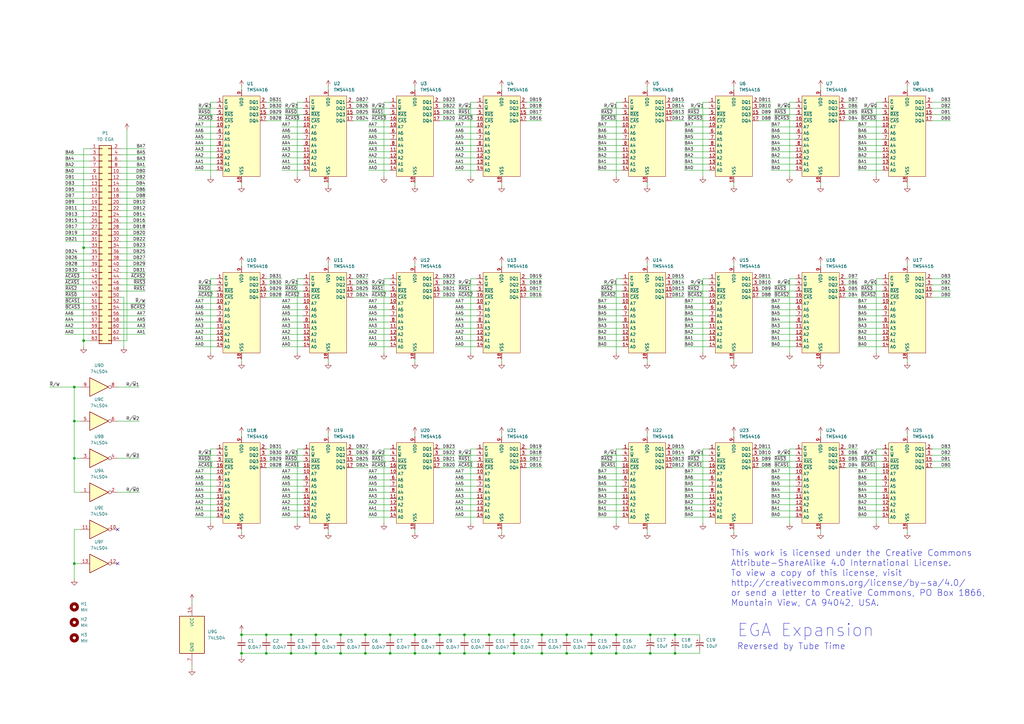
<source format=kicad_sch>
(kicad_sch (version 20230121) (generator eeschema)
  (paper "A3")
  (junction (at 210.82 267.97))
  (junction (at 30.48 172.72))
  (junction (at 252.73 267.97))
  (junction (at 34.29 101.6))
  (junction (at 30.48 187.96))
  (junction (at 30.48 158.75))
  (junction (at 149.86 260.35))
  (junction (at 252.73 260.35))
  (junction (at 119.38 260.35))
  (junction (at 139.7 267.97))
  (junction (at 222.25 267.97))
  (junction (at 276.86 267.97))
  (junction (at 139.7 260.35))
  (junction (at 160.02 260.35))
  (junction (at 99.06 267.97))
  (junction (at 232.41 267.97))
  (junction (at 190.5 267.97))
  (junction (at 276.86 260.35))
  (junction (at 109.22 267.97))
  (junction (at 129.54 267.97))
  (junction (at 160.02 267.97))
  (junction (at 170.18 260.35))
  (junction (at 109.22 260.35))
  (junction (at 242.57 260.35))
  (junction (at 34.29 139.7))
  (junction (at 170.18 267.97))
  (junction (at 266.7 260.35))
  (junction (at 30.48 231.14))
  (junction (at 210.82 260.35))
  (junction (at 232.41 260.35))
  (junction (at 180.34 260.35))
  (junction (at 200.66 260.35))
  (junction (at 180.34 267.97))
  (junction (at 149.86 267.97))
  (junction (at 119.38 267.97))
  (junction (at 266.7 267.97))
  (junction (at 99.06 260.35))
  (junction (at 242.57 267.97))
  (junction (at 190.5 260.35))
  (junction (at 200.66 267.97))
  (junction (at 222.25 260.35))
  (junction (at 129.54 260.35))
  (no_connect (at 48.26 231.14))
  (no_connect (at 48.26 217.17))
  (wire (pts (xy 222.25 260.35) (xy 222.25 261.62)))
  (wire (pts (xy 180.34 44.45) (xy 186.69 44.45)))
  (wire (pts (xy 115.57 124.46) (xy 124.46 124.46)))
  (wire (pts (xy 242.57 260.35) (xy 242.57 261.62)))
  (wire (pts (xy 245.11 139.7) (xy 255.27 139.7)))
  (wire (pts (xy 317.5 46.99) (xy 326.39 46.99)))
  (wire (pts (xy 245.11 67.31) (xy 255.27 67.31)))
  (wire (pts (xy 151.13 139.7) (xy 160.02 139.7)))
  (wire (pts (xy 382.27 119.38) (xy 389.89 119.38)))
  (wire (pts (xy 316.23 124.46) (xy 326.39 124.46)))
  (wire (pts (xy 26.67 116.84) (xy 36.83 116.84)))
  (wire (pts (xy 382.27 49.53) (xy 389.89 49.53)))
  (wire (pts (xy 50.8 121.92) (xy 50.8 142.24)))
  (wire (pts (xy 49.53 78.74) (xy 59.69 78.74)))
  (wire (pts (xy 232.41 260.35) (xy 232.41 261.62)))
  (wire (pts (xy 49.53 91.44) (xy 59.69 91.44)))
  (wire (pts (xy 180.34 121.92) (xy 186.69 121.92)))
  (wire (pts (xy 129.54 260.35) (xy 129.54 261.62)))
  (wire (pts (xy 109.22 260.35) (xy 99.06 260.35)))
  (wire (pts (xy 187.96 121.92) (xy 195.58 121.92)))
  (wire (pts (xy 351.79 196.85) (xy 361.95 196.85)))
  (wire (pts (xy 242.57 267.97) (xy 232.41 267.97)))
  (wire (pts (xy 252.73 184.15) (xy 255.27 184.15)))
  (wire (pts (xy 180.34 186.69) (xy 186.69 186.69)))
  (wire (pts (xy 80.01 69.85) (xy 88.9 69.85)))
  (wire (pts (xy 215.9 121.92) (xy 222.25 121.92)))
  (wire (pts (xy 311.15 44.45) (xy 316.23 44.45)))
  (wire (pts (xy 354.33 44.45) (xy 361.95 44.45)))
  (wire (pts (xy 80.01 212.09) (xy 88.9 212.09)))
  (wire (pts (xy 115.57 132.08) (xy 124.46 132.08)))
  (wire (pts (xy 152.4 49.53) (xy 160.02 49.53)))
  (wire (pts (xy 265.43 177.8) (xy 265.43 179.07)))
  (wire (pts (xy 134.62 217.17) (xy 134.62 218.44)))
  (wire (pts (xy 280.67 67.31) (xy 290.83 67.31)))
  (wire (pts (xy 283.21 116.84) (xy 290.83 116.84)))
  (wire (pts (xy 99.06 147.32) (xy 99.06 148.59)))
  (wire (pts (xy 215.9 41.91) (xy 222.25 41.91)))
  (wire (pts (xy 26.67 132.08) (xy 36.83 132.08)))
  (wire (pts (xy 246.38 191.77) (xy 255.27 191.77)))
  (wire (pts (xy 288.29 214.63) (xy 288.29 184.15)))
  (wire (pts (xy 121.92 114.3) (xy 124.46 114.3)))
  (wire (pts (xy 49.53 111.76) (xy 59.69 111.76)))
  (wire (pts (xy 80.01 201.93) (xy 88.9 201.93)))
  (wire (pts (xy 193.04 144.78) (xy 193.04 114.3)))
  (wire (pts (xy 81.28 191.77) (xy 88.9 191.77)))
  (wire (pts (xy 265.43 107.95) (xy 265.43 109.22)))
  (wire (pts (xy 311.15 119.38) (xy 316.23 119.38)))
  (wire (pts (xy 144.78 46.99) (xy 151.13 46.99)))
  (wire (pts (xy 382.27 186.69) (xy 389.89 186.69)))
  (wire (pts (xy 186.69 207.01) (xy 195.58 207.01)))
  (wire (pts (xy 187.96 44.45) (xy 195.58 44.45)))
  (wire (pts (xy 30.48 217.17) (xy 30.48 231.14)))
  (wire (pts (xy 152.4 119.38) (xy 160.02 119.38)))
  (wire (pts (xy 215.9 191.77) (xy 222.25 191.77)))
  (wire (pts (xy 311.15 189.23) (xy 316.23 189.23)))
  (wire (pts (xy 280.67 52.07) (xy 290.83 52.07)))
  (wire (pts (xy 316.23 132.08) (xy 326.39 132.08)))
  (wire (pts (xy 280.67 212.09) (xy 290.83 212.09)))
  (wire (pts (xy 316.23 52.07) (xy 326.39 52.07)))
  (wire (pts (xy 222.25 266.7) (xy 222.25 267.97)))
  (wire (pts (xy 359.41 72.39) (xy 359.41 41.91)))
  (wire (pts (xy 180.34 46.99) (xy 186.69 46.99)))
  (wire (pts (xy 26.67 114.3) (xy 36.83 114.3)))
  (wire (pts (xy 281.94 46.99) (xy 290.83 46.99)))
  (wire (pts (xy 26.67 66.04) (xy 36.83 66.04)))
  (wire (pts (xy 81.28 119.38) (xy 88.9 119.38)))
  (wire (pts (xy 157.48 214.63) (xy 157.48 184.15)))
  (wire (pts (xy 115.57 54.61) (xy 124.46 54.61)))
  (wire (pts (xy 351.79 204.47) (xy 361.95 204.47)))
  (wire (pts (xy 275.59 186.69) (xy 280.67 186.69)))
  (wire (pts (xy 351.79 52.07) (xy 361.95 52.07)))
  (wire (pts (xy 26.67 119.38) (xy 36.83 119.38)))
  (wire (pts (xy 170.18 267.97) (xy 160.02 267.97)))
  (wire (pts (xy 280.67 57.15) (xy 290.83 57.15)))
  (wire (pts (xy 281.94 189.23) (xy 290.83 189.23)))
  (wire (pts (xy 26.67 86.36) (xy 36.83 86.36)))
  (wire (pts (xy 245.11 212.09) (xy 255.27 212.09)))
  (wire (pts (xy 48.26 201.93) (xy 57.15 201.93)))
  (wire (pts (xy 280.67 194.31) (xy 290.83 194.31)))
  (wire (pts (xy 86.36 41.91) (xy 88.9 41.91)))
  (wire (pts (xy 318.77 186.69) (xy 326.39 186.69)))
  (wire (pts (xy 245.11 69.85) (xy 255.27 69.85)))
  (wire (pts (xy 99.06 267.97) (xy 99.06 269.24)))
  (wire (pts (xy 26.67 71.12) (xy 36.83 71.12)))
  (wire (pts (xy 109.22 189.23) (xy 115.57 189.23)))
  (wire (pts (xy 180.34 260.35) (xy 180.34 261.62)))
  (wire (pts (xy 49.53 66.04) (xy 59.69 66.04)))
  (wire (pts (xy 109.22 191.77) (xy 115.57 191.77)))
  (wire (pts (xy 300.99 177.8) (xy 300.99 179.07)))
  (wire (pts (xy 300.99 217.17) (xy 300.99 218.44)))
  (wire (pts (xy 382.27 191.77) (xy 389.89 191.77)))
  (wire (pts (xy 151.13 67.31) (xy 160.02 67.31)))
  (wire (pts (xy 26.67 91.44) (xy 36.83 91.44)))
  (wire (pts (xy 99.06 260.35) (xy 99.06 261.62)))
  (wire (pts (xy 30.48 172.72) (xy 30.48 158.75)))
  (wire (pts (xy 26.67 81.28) (xy 36.83 81.28)))
  (wire (pts (xy 26.67 109.22) (xy 36.83 109.22)))
  (wire (pts (xy 86.36 72.39) (xy 86.36 41.91)))
  (wire (pts (xy 119.38 260.35) (xy 109.22 260.35)))
  (wire (pts (xy 245.11 199.39) (xy 255.27 199.39)))
  (wire (pts (xy 109.22 184.15) (xy 115.57 184.15)))
  (wire (pts (xy 26.67 104.14) (xy 36.83 104.14)))
  (wire (pts (xy 26.67 111.76) (xy 36.83 111.76)))
  (wire (pts (xy 49.53 137.16) (xy 59.69 137.16)))
  (wire (pts (xy 275.59 191.77) (xy 280.67 191.77)))
  (wire (pts (xy 316.23 204.47) (xy 326.39 204.47)))
  (wire (pts (xy 245.11 204.47) (xy 255.27 204.47)))
  (wire (pts (xy 115.57 69.85) (xy 124.46 69.85)))
  (wire (pts (xy 245.11 59.69) (xy 255.27 59.69)))
  (wire (pts (xy 121.92 144.78) (xy 121.92 114.3)))
  (wire (pts (xy 80.01 129.54) (xy 88.9 129.54)))
  (wire (pts (xy 351.79 212.09) (xy 361.95 212.09)))
  (wire (pts (xy 280.67 59.69) (xy 290.83 59.69)))
  (wire (pts (xy 193.04 114.3) (xy 195.58 114.3)))
  (wire (pts (xy 20.32 158.75) (xy 30.48 158.75)))
  (wire (pts (xy 180.34 114.3) (xy 186.69 114.3)))
  (wire (pts (xy 351.79 127) (xy 361.95 127)))
  (wire (pts (xy 26.67 127) (xy 36.83 127)))
  (wire (pts (xy 129.54 266.7) (xy 129.54 267.97)))
  (wire (pts (xy 346.71 191.77) (xy 351.79 191.77)))
  (wire (pts (xy 288.29 114.3) (xy 290.83 114.3)))
  (wire (pts (xy 287.02 260.35) (xy 287.02 261.62)))
  (wire (pts (xy 116.84 121.92) (xy 124.46 121.92)))
  (wire (pts (xy 280.67 209.55) (xy 290.83 209.55)))
  (wire (pts (xy 49.53 96.52) (xy 59.69 96.52)))
  (wire (pts (xy 205.74 177.8) (xy 205.74 179.07)))
  (wire (pts (xy 280.67 69.85) (xy 290.83 69.85)))
  (wire (pts (xy 215.9 184.15) (xy 222.25 184.15)))
  (wire (pts (xy 26.67 68.58) (xy 36.83 68.58)))
  (wire (pts (xy 170.18 35.56) (xy 170.18 36.83)))
  (wire (pts (xy 170.18 266.7) (xy 170.18 267.97)))
  (wire (pts (xy 205.74 217.17) (xy 205.74 218.44)))
  (wire (pts (xy 116.84 44.45) (xy 124.46 44.45)))
  (wire (pts (xy 245.11 134.62) (xy 255.27 134.62)))
  (wire (pts (xy 280.67 207.01) (xy 290.83 207.01)))
  (wire (pts (xy 351.79 209.55) (xy 361.95 209.55)))
  (wire (pts (xy 109.22 41.91) (xy 115.57 41.91)))
  (wire (pts (xy 134.62 177.8) (xy 134.62 179.07)))
  (wire (pts (xy 215.9 189.23) (xy 222.25 189.23)))
  (wire (pts (xy 311.15 116.84) (xy 316.23 116.84)))
  (wire (pts (xy 144.78 119.38) (xy 151.13 119.38)))
  (wire (pts (xy 283.21 186.69) (xy 290.83 186.69)))
  (wire (pts (xy 316.23 209.55) (xy 326.39 209.55)))
  (wire (pts (xy 80.01 142.24) (xy 88.9 142.24)))
  (wire (pts (xy 186.69 127) (xy 195.58 127)))
  (wire (pts (xy 200.66 267.97) (xy 190.5 267.97)))
  (wire (pts (xy 180.34 189.23) (xy 186.69 189.23)))
  (wire (pts (xy 139.7 266.7) (xy 139.7 267.97)))
  (wire (pts (xy 186.69 194.31) (xy 195.58 194.31)))
  (wire (pts (xy 351.79 69.85) (xy 361.95 69.85)))
  (wire (pts (xy 186.69 134.62) (xy 195.58 134.62)))
  (wire (pts (xy 151.13 59.69) (xy 160.02 59.69)))
  (wire (pts (xy 99.06 260.35) (xy 99.06 259.08)))
  (wire (pts (xy 382.27 44.45) (xy 389.89 44.45)))
  (wire (pts (xy 86.36 214.63) (xy 86.36 184.15)))
  (wire (pts (xy 144.78 186.69) (xy 151.13 186.69)))
  (wire (pts (xy 186.69 69.85) (xy 195.58 69.85)))
  (wire (pts (xy 245.11 194.31) (xy 255.27 194.31)))
  (wire (pts (xy 134.62 147.32) (xy 134.62 148.59)))
  (wire (pts (xy 316.23 137.16) (xy 326.39 137.16)))
  (wire (pts (xy 353.06 121.92) (xy 361.95 121.92)))
  (wire (pts (xy 232.41 266.7) (xy 232.41 267.97)))
  (wire (pts (xy 346.71 49.53) (xy 351.79 49.53)))
  (wire (pts (xy 144.78 121.92) (xy 151.13 121.92)))
  (wire (pts (xy 49.53 60.96) (xy 59.69 60.96)))
  (wire (pts (xy 389.89 41.91) (xy 382.27 41.91)))
  (wire (pts (xy 382.27 46.99) (xy 389.89 46.99)))
  (wire (pts (xy 215.9 44.45) (xy 222.25 44.45)))
  (wire (pts (xy 354.33 186.69) (xy 361.95 186.69)))
  (wire (pts (xy 300.99 74.93) (xy 300.99 76.2)))
  (wire (pts (xy 151.13 194.31) (xy 160.02 194.31)))
  (wire (pts (xy 359.41 41.91) (xy 361.95 41.91)))
  (wire (pts (xy 245.11 54.61) (xy 255.27 54.61)))
  (wire (pts (xy 109.22 44.45) (xy 115.57 44.45)))
  (wire (pts (xy 359.41 144.78) (xy 359.41 114.3)))
  (wire (pts (xy 245.11 137.16) (xy 255.27 137.16)))
  (wire (pts (xy 109.22 119.38) (xy 115.57 119.38)))
  (wire (pts (xy 144.78 49.53) (xy 151.13 49.53)))
  (wire (pts (xy 80.01 134.62) (xy 88.9 134.62)))
  (wire (pts (xy 311.15 49.53) (xy 316.23 49.53)))
  (wire (pts (xy 157.48 72.39) (xy 157.48 41.91)))
  (wire (pts (xy 186.69 199.39) (xy 195.58 199.39)))
  (wire (pts (xy 170.18 74.93) (xy 170.18 76.2)))
  (wire (pts (xy 275.59 41.91) (xy 280.67 41.91)))
  (wire (pts (xy 170.18 177.8) (xy 170.18 179.07)))
  (wire (pts (xy 280.67 201.93) (xy 290.83 201.93)))
  (wire (pts (xy 280.67 142.24) (xy 290.83 142.24)))
  (wire (pts (xy 186.69 62.23) (xy 195.58 62.23)))
  (wire (pts (xy 151.13 127) (xy 160.02 127)))
  (wire (pts (xy 316.23 199.39) (xy 326.39 199.39)))
  (wire (pts (xy 372.11 35.56) (xy 372.11 36.83)))
  (wire (pts (xy 81.28 44.45) (xy 88.9 44.45)))
  (wire (pts (xy 190.5 267.97) (xy 180.34 267.97)))
  (wire (pts (xy 49.53 76.2) (xy 59.69 76.2)))
  (wire (pts (xy 382.27 116.84) (xy 389.89 116.84)))
  (wire (pts (xy 30.48 172.72) (xy 33.02 172.72)))
  (wire (pts (xy 115.57 67.31) (xy 124.46 67.31)))
  (wire (pts (xy 34.29 139.7) (xy 36.83 139.7)))
  (wire (pts (xy 252.73 266.7) (xy 252.73 267.97)))
  (wire (pts (xy 300.99 107.95) (xy 300.99 109.22)))
  (wire (pts (xy 187.96 116.84) (xy 195.58 116.84)))
  (wire (pts (xy 157.48 144.78) (xy 157.48 114.3)))
  (wire (pts (xy 311.15 191.77) (xy 316.23 191.77)))
  (wire (pts (xy 180.34 41.91) (xy 186.69 41.91)))
  (wire (pts (xy 144.78 184.15) (xy 151.13 184.15)))
  (wire (pts (xy 359.41 214.63) (xy 359.41 184.15)))
  (wire (pts (xy 81.28 49.53) (xy 88.9 49.53)))
  (wire (pts (xy 316.23 201.93) (xy 326.39 201.93)))
  (wire (pts (xy 316.23 64.77) (xy 326.39 64.77)))
  (wire (pts (xy 186.69 142.24) (xy 195.58 142.24)))
  (wire (pts (xy 316.23 196.85) (xy 326.39 196.85)))
  (wire (pts (xy 215.9 49.53) (xy 222.25 49.53)))
  (wire (pts (xy 49.53 68.58) (xy 59.69 68.58)))
  (wire (pts (xy 351.79 64.77) (xy 361.95 64.77)))
  (wire (pts (xy 115.57 201.93) (xy 124.46 201.93)))
  (wire (pts (xy 49.53 121.92) (xy 50.8 121.92)))
  (wire (pts (xy 210.82 260.35) (xy 210.82 261.62)))
  (wire (pts (xy 26.67 124.46) (xy 36.83 124.46)))
  (wire (pts (xy 232.41 267.97) (xy 222.25 267.97)))
  (wire (pts (xy 152.4 44.45) (xy 160.02 44.45)))
  (wire (pts (xy 52.07 53.34) (xy 52.07 139.7)))
  (wire (pts (xy 48.26 187.96) (xy 57.15 187.96)))
  (wire (pts (xy 186.69 59.69) (xy 195.58 59.69)))
  (wire (pts (xy 245.11 207.01) (xy 255.27 207.01)))
  (wire (pts (xy 317.5 119.38) (xy 326.39 119.38)))
  (wire (pts (xy 80.01 62.23) (xy 88.9 62.23)))
  (wire (pts (xy 121.92 41.91) (xy 124.46 41.91)))
  (wire (pts (xy 200.66 260.35) (xy 200.66 261.62)))
  (wire (pts (xy 180.34 116.84) (xy 186.69 116.84)))
  (wire (pts (xy 281.94 191.77) (xy 290.83 191.77)))
  (wire (pts (xy 30.48 237.49) (xy 30.48 231.14)))
  (wire (pts (xy 359.41 114.3) (xy 361.95 114.3)))
  (wire (pts (xy 34.29 142.24) (xy 34.29 139.7)))
  (wire (pts (xy 49.53 109.22) (xy 59.69 109.22)))
  (wire (pts (xy 116.84 186.69) (xy 124.46 186.69)))
  (wire (pts (xy 115.57 62.23) (xy 124.46 62.23)))
  (wire (pts (xy 152.4 46.99) (xy 160.02 46.99)))
  (wire (pts (xy 276.86 267.97) (xy 276.86 266.7)))
  (wire (pts (xy 246.38 189.23) (xy 255.27 189.23)))
  (wire (pts (xy 351.79 139.7) (xy 361.95 139.7)))
  (wire (pts (xy 389.89 184.15) (xy 382.27 184.15)))
  (wire (pts (xy 151.13 209.55) (xy 160.02 209.55)))
  (wire (pts (xy 252.73 267.97) (xy 242.57 267.97)))
  (wire (pts (xy 78.74 246.38) (xy 78.74 247.65)))
  (wire (pts (xy 49.53 129.54) (xy 59.69 129.54)))
  (wire (pts (xy 180.34 119.38) (xy 186.69 119.38)))
  (wire (pts (xy 26.67 76.2) (xy 36.83 76.2)))
  (wire (pts (xy 186.69 196.85) (xy 195.58 196.85)))
  (wire (pts (xy 187.96 189.23) (xy 195.58 189.23)))
  (wire (pts (xy 280.67 129.54) (xy 290.83 129.54)))
  (wire (pts (xy 316.23 59.69) (xy 326.39 59.69)))
  (wire (pts (xy 205.74 147.32) (xy 205.74 148.59)))
  (wire (pts (xy 34.29 101.6) (xy 34.29 60.96)))
  (wire (pts (xy 276.86 260.35) (xy 276.86 261.62)))
  (wire (pts (xy 346.71 114.3) (xy 351.79 114.3)))
  (wire (pts (xy 99.06 74.93) (xy 99.06 76.2)))
  (wire (pts (xy 323.85 144.78) (xy 323.85 114.3)))
  (wire (pts (xy 170.18 260.35) (xy 170.18 261.62)))
  (wire (pts (xy 346.71 116.84) (xy 351.79 116.84)))
  (wire (pts (xy 287.02 267.97) (xy 287.02 266.7)))
  (wire (pts (xy 134.62 35.56) (xy 134.62 36.83)))
  (wire (pts (xy 252.73 260.35) (xy 266.7 260.35)))
  (wire (pts (xy 281.94 119.38) (xy 290.83 119.38)))
  (wire (pts (xy 311.15 121.92) (xy 316.23 121.92)))
  (wire (pts (xy 252.73 114.3) (xy 255.27 114.3)))
  (wire (pts (xy 222.25 267.97) (xy 210.82 267.97)))
  (wire (pts (xy 170.18 217.17) (xy 170.18 218.44)))
  (wire (pts (xy 115.57 139.7) (xy 124.46 139.7)))
  (wire (pts (xy 119.38 260.35) (xy 119.38 261.62)))
  (wire (pts (xy 116.84 189.23) (xy 124.46 189.23)))
  (wire (pts (xy 265.43 74.93) (xy 265.43 76.2)))
  (wire (pts (xy 252.73 41.91) (xy 255.27 41.91)))
  (wire (pts (xy 151.13 129.54) (xy 160.02 129.54)))
  (wire (pts (xy 80.01 137.16) (xy 88.9 137.16)))
  (wire (pts (xy 116.84 191.77) (xy 124.46 191.77)))
  (wire (pts (xy 151.13 199.39) (xy 160.02 199.39)))
  (wire (pts (xy 139.7 260.35) (xy 129.54 260.35)))
  (wire (pts (xy 346.71 121.92) (xy 351.79 121.92)))
  (wire (pts (xy 81.28 189.23) (xy 88.9 189.23)))
  (wire (pts (xy 283.21 44.45) (xy 290.83 44.45)))
  (wire (pts (xy 115.57 59.69) (xy 124.46 59.69)))
  (wire (pts (xy 26.67 63.5) (xy 36.83 63.5)))
  (wire (pts (xy 152.4 191.77) (xy 160.02 191.77)))
  (wire (pts (xy 115.57 127) (xy 124.46 127)))
  (wire (pts (xy 193.04 41.91) (xy 195.58 41.91)))
  (wire (pts (xy 316.23 62.23) (xy 326.39 62.23)))
  (wire (pts (xy 275.59 116.84) (xy 280.67 116.84)))
  (wire (pts (xy 134.62 107.95) (xy 134.62 109.22)))
  (wire (pts (xy 33.02 201.93) (xy 30.48 201.93)))
  (wire (pts (xy 160.02 266.7) (xy 160.02 267.97)))
  (wire (pts (xy 49.53 81.28) (xy 59.69 81.28)))
  (wire (pts (xy 317.5 49.53) (xy 326.39 49.53)))
  (wire (pts (xy 186.69 139.7) (xy 195.58 139.7)))
  (wire (pts (xy 186.69 204.47) (xy 195.58 204.47)))
  (wire (pts (xy 266.7 267.97) (xy 276.86 267.97)))
  (wire (pts (xy 187.96 191.77) (xy 195.58 191.77)))
  (wire (pts (xy 151.13 196.85) (xy 160.02 196.85)))
  (wire (pts (xy 193.04 184.15) (xy 195.58 184.15)))
  (wire (pts (xy 80.01 209.55) (xy 88.9 209.55)))
  (wire (pts (xy 49.53 71.12) (xy 59.69 71.12)))
  (wire (pts (xy 49.53 139.7) (xy 52.07 139.7)))
  (wire (pts (xy 280.67 64.77) (xy 290.83 64.77)))
  (wire (pts (xy 247.65 44.45) (xy 255.27 44.45)))
  (wire (pts (xy 49.53 124.46) (xy 59.69 124.46)))
  (wire (pts (xy 316.23 134.62) (xy 326.39 134.62)))
  (wire (pts (xy 109.22 260.35) (xy 109.22 261.62)))
  (wire (pts (xy 80.01 52.07) (xy 88.9 52.07)))
  (wire (pts (xy 115.57 199.39) (xy 124.46 199.39)))
  (wire (pts (xy 351.79 201.93) (xy 361.95 201.93)))
  (wire (pts (xy 275.59 46.99) (xy 280.67 46.99)))
  (wire (pts (xy 186.69 57.15) (xy 195.58 57.15)))
  (wire (pts (xy 160.02 267.97) (xy 149.86 267.97)))
  (wire (pts (xy 351.79 207.01) (xy 361.95 207.01)))
  (wire (pts (xy 80.01 67.31) (xy 88.9 67.31)))
  (wire (pts (xy 30.48 187.96) (xy 30.48 172.72)))
  (wire (pts (xy 149.86 267.97) (xy 139.7 267.97)))
  (wire (pts (xy 252.73 72.39) (xy 252.73 41.91)))
  (wire (pts (xy 80.01 132.08) (xy 88.9 132.08)))
  (wire (pts (xy 280.67 62.23) (xy 290.83 62.23)))
  (wire (pts (xy 26.67 106.68) (xy 36.83 106.68)))
  (wire (pts (xy 151.13 137.16) (xy 160.02 137.16)))
  (wire (pts (xy 121.92 184.15) (xy 124.46 184.15)))
  (wire (pts (xy 351.79 67.31) (xy 361.95 67.31)))
  (wire (pts (xy 109.22 49.53) (xy 115.57 49.53)))
  (wire (pts (xy 80.01 64.77) (xy 88.9 64.77)))
  (wire (pts (xy 149.86 266.7) (xy 149.86 267.97)))
  (wire (pts (xy 151.13 54.61) (xy 160.02 54.61)))
  (wire (pts (xy 151.13 212.09) (xy 160.02 212.09)))
  (wire (pts (xy 149.86 260.35) (xy 149.86 261.62)))
  (wire (pts (xy 30.48 158.75) (xy 33.02 158.75)))
  (wire (pts (xy 49.53 116.84) (xy 59.69 116.84)))
  (wire (pts (xy 351.79 62.23) (xy 361.95 62.23)))
  (wire (pts (xy 245.11 201.93) (xy 255.27 201.93)))
  (wire (pts (xy 346.71 41.91) (xy 351.79 41.91)))
  (wire (pts (xy 186.69 64.77) (xy 195.58 64.77)))
  (wire (pts (xy 323.85 114.3) (xy 326.39 114.3)))
  (wire (pts (xy 346.71 184.15) (xy 351.79 184.15)))
  (wire (pts (xy 144.78 189.23) (xy 151.13 189.23)))
  (wire (pts (xy 160.02 260.35) (xy 160.02 261.62)))
  (wire (pts (xy 139.7 267.97) (xy 129.54 267.97)))
  (wire (pts (xy 109.22 114.3) (xy 115.57 114.3)))
  (wire (pts (xy 119.38 266.7) (xy 119.38 267.97)))
  (wire (pts (xy 245.11 132.08) (xy 255.27 132.08)))
  (wire (pts (xy 372.11 217.17) (xy 372.11 218.44)))
  (wire (pts (xy 316.23 57.15) (xy 326.39 57.15)))
  (wire (pts (xy 288.29 184.15) (xy 290.83 184.15)))
  (wire (pts (xy 266.7 260.35) (xy 266.7 261.62)))
  (wire (pts (xy 245.11 142.24) (xy 255.27 142.24)))
  (wire (pts (xy 186.69 201.93) (xy 195.58 201.93)))
  (wire (pts (xy 80.01 59.69) (xy 88.9 59.69)))
  (wire (pts (xy 317.5 191.77) (xy 326.39 191.77)))
  (wire (pts (xy 190.5 260.35) (xy 190.5 261.62)))
  (wire (pts (xy 336.55 217.17) (xy 336.55 218.44)))
  (wire (pts (xy 205.74 74.93) (xy 205.74 76.2)))
  (wire (pts (xy 316.23 212.09) (xy 326.39 212.09)))
  (wire (pts (xy 152.4 186.69) (xy 160.02 186.69)))
  (wire (pts (xy 109.22 267.97) (xy 99.06 267.97)))
  (wire (pts (xy 389.89 114.3) (xy 382.27 114.3)))
  (wire (pts (xy 252.73 267.97) (xy 266.7 267.97)))
  (wire (pts (xy 316.23 54.61) (xy 326.39 54.61)))
  (wire (pts (xy 49.53 114.3) (xy 59.69 114.3)))
  (wire (pts (xy 80.01 139.7) (xy 88.9 139.7)))
  (wire (pts (xy 151.13 201.93) (xy 160.02 201.93)))
  (wire (pts (xy 49.53 63.5) (xy 59.69 63.5)))
  (wire (pts (xy 316.23 139.7) (xy 326.39 139.7)))
  (wire (pts (xy 353.06 49.53) (xy 361.95 49.53)))
  (wire (pts (xy 144.78 116.84) (xy 151.13 116.84)))
  (wire (pts (xy 252.73 214.63) (xy 252.73 184.15)))
  (wire (pts (xy 180.34 191.77) (xy 186.69 191.77)))
  (wire (pts (xy 210.82 260.35) (xy 200.66 260.35)))
  (wire (pts (xy 34.29 101.6) (xy 34.29 139.7)))
  (wire (pts (xy 26.67 96.52) (xy 36.83 96.52)))
  (wire (pts (xy 382.27 189.23) (xy 389.89 189.23)))
  (wire (pts (xy 245.11 124.46) (xy 255.27 124.46)))
  (wire (pts (xy 316.23 127) (xy 326.39 127)))
  (wire (pts (xy 351.79 199.39) (xy 361.95 199.39)))
  (wire (pts (xy 109.22 121.92) (xy 115.57 121.92)))
  (wire (pts (xy 372.11 107.95) (xy 372.11 109.22)))
  (wire (pts (xy 193.04 214.63) (xy 193.04 184.15)))
  (wire (pts (xy 245.11 62.23) (xy 255.27 62.23)))
  (wire (pts (xy 318.77 44.45) (xy 326.39 44.45)))
  (wire (pts (xy 372.11 177.8) (xy 372.11 179.07)))
  (wire (pts (xy 49.53 104.14) (xy 59.69 104.14)))
  (wire (pts (xy 80.01 54.61) (xy 88.9 54.61)))
  (wire (pts (xy 152.4 116.84) (xy 160.02 116.84)))
  (wire (pts (xy 372.11 147.32) (xy 372.11 148.59)))
  (wire (pts (xy 115.57 204.47) (xy 124.46 204.47)))
  (wire (pts (xy 115.57 207.01) (xy 124.46 207.01)))
  (wire (pts (xy 215.9 46.99) (xy 222.25 46.99)))
  (wire (pts (xy 144.78 44.45) (xy 151.13 44.45)))
  (wire (pts (xy 116.84 116.84) (xy 124.46 116.84)))
  (wire (pts (xy 26.67 83.82) (xy 36.83 83.82)))
  (wire (pts (xy 81.28 116.84) (xy 88.9 116.84)))
  (wire (pts (xy 151.13 62.23) (xy 160.02 62.23)))
  (wire (pts (xy 186.69 129.54) (xy 195.58 129.54)))
  (wire (pts (xy 323.85 184.15) (xy 326.39 184.15)))
  (wire (pts (xy 80.01 194.31) (xy 88.9 194.31)))
  (wire (pts (xy 346.71 189.23) (xy 351.79 189.23)))
  (wire (pts (xy 34.29 60.96) (xy 36.83 60.96)))
  (wire (pts (xy 180.34 260.35) (xy 170.18 260.35)))
  (wire (pts (xy 30.48 231.14) (xy 33.02 231.14)))
  (wire (pts (xy 232.41 260.35) (xy 222.25 260.35)))
  (wire (pts (xy 353.06 191.77) (xy 361.95 191.77)))
  (wire (pts (xy 346.71 119.38) (xy 351.79 119.38)))
  (wire (pts (xy 288.29 144.78) (xy 288.29 114.3)))
  (wire (pts (xy 346.71 186.69) (xy 351.79 186.69)))
  (wire (pts (xy 382.27 121.92) (xy 389.89 121.92)))
  (wire (pts (xy 351.79 57.15) (xy 361.95 57.15)))
  (wire (pts (xy 372.11 74.93) (xy 372.11 76.2)))
  (wire (pts (xy 49.53 73.66) (xy 59.69 73.66)))
  (wire (pts (xy 245.11 57.15) (xy 255.27 57.15)))
  (wire (pts (xy 99.06 35.56) (xy 99.06 36.83)))
  (wire (pts (xy 86.36 114.3) (xy 88.9 114.3)))
  (wire (pts (xy 115.57 129.54) (xy 124.46 129.54)))
  (wire (pts (xy 354.33 116.84) (xy 361.95 116.84)))
  (wire (pts (xy 49.53 88.9) (xy 59.69 88.9)))
  (wire (pts (xy 359.41 184.15) (xy 361.95 184.15)))
  (wire (pts (xy 157.48 41.91) (xy 160.02 41.91)))
  (wire (pts (xy 316.23 207.01) (xy 326.39 207.01)))
  (wire (pts (xy 170.18 260.35) (xy 160.02 260.35)))
  (wire (pts (xy 266.7 260.35) (xy 276.86 260.35)))
  (wire (pts (xy 215.9 186.69) (xy 222.25 186.69)))
  (wire (pts (xy 316.23 142.24) (xy 326.39 142.24)))
  (wire (pts (xy 353.06 119.38) (xy 361.95 119.38)))
  (wire (pts (xy 80.01 199.39) (xy 88.9 199.39)))
  (wire (pts (xy 190.5 260.35) (xy 180.34 260.35)))
  (wire (pts (xy 193.04 72.39) (xy 193.04 41.91)))
  (wire (pts (xy 275.59 114.3) (xy 280.67 114.3)))
  (wire (pts (xy 288.29 41.91) (xy 290.83 41.91)))
  (wire (pts (xy 242.57 260.35) (xy 232.41 260.35)))
  (wire (pts (xy 34.29 101.6) (xy 36.83 101.6)))
  (wire (pts (xy 275.59 44.45) (xy 280.67 44.45)))
  (wire (pts (xy 311.15 41.91) (xy 316.23 41.91)))
  (wire (pts (xy 151.13 204.47) (xy 160.02 204.47)))
  (wire (pts (xy 80.01 204.47) (xy 88.9 204.47)))
  (wire (pts (xy 180.34 184.15) (xy 186.69 184.15)))
  (wire (pts (xy 265.43 217.17) (xy 265.43 218.44)))
  (wire (pts (xy 48.26 158.75) (xy 57.15 158.75)))
  (wire (pts (xy 323.85 41.91) (xy 326.39 41.91)))
  (wire (pts (xy 26.67 88.9) (xy 36.83 88.9)))
  (wire (pts (xy 151.13 142.24) (xy 160.02 142.24)))
  (wire (pts (xy 265.43 147.32) (xy 265.43 148.59)))
  (wire (pts (xy 109.22 186.69) (xy 115.57 186.69)))
  (wire (pts (xy 346.71 44.45) (xy 351.79 44.45)))
  (wire (pts (xy 351.79 132.08) (xy 361.95 132.08)))
  (wire (pts (xy 252.73 261.62) (xy 252.73 260.35)))
  (wire (pts (xy 115.57 142.24) (xy 124.46 142.24)))
  (wire (pts (xy 115.57 209.55) (xy 124.46 209.55)))
  (wire (pts (xy 311.15 184.15) (xy 316.23 184.15)))
  (wire (pts (xy 280.67 132.08) (xy 290.83 132.08)))
  (wire (pts (xy 81.28 46.99) (xy 88.9 46.99)))
  (wire (pts (xy 170.18 107.95) (xy 170.18 109.22)))
  (wire (pts (xy 190.5 266.7) (xy 190.5 267.97)))
  (wire (pts (xy 119.38 267.97) (xy 109.22 267.97)))
  (wire (pts (xy 33.02 217.17) (xy 30.48 217.17)))
  (wire (pts (xy 152.4 189.23) (xy 160.02 189.23)))
  (wire (pts (xy 49.53 134.62) (xy 59.69 134.62)))
  (wire (pts (xy 49.53 101.6) (xy 59.69 101.6)))
  (wire (pts (xy 276.86 260.35) (xy 287.02 260.35)))
  (wire (pts (xy 80.01 57.15) (xy 88.9 57.15)))
  (wire (pts (xy 152.4 121.92) (xy 160.02 121.92)))
  (wire (pts (xy 186.69 124.46) (xy 195.58 124.46)))
  (wire (pts (xy 246.38 49.53) (xy 255.27 49.53)))
  (wire (pts (xy 205.74 35.56) (xy 205.74 36.83)))
  (wire (pts (xy 187.96 49.53) (xy 195.58 49.53)))
  (wire (pts (xy 115.57 194.31) (xy 124.46 194.31)))
  (wire (pts (xy 49.53 93.98) (xy 59.69 93.98)))
  (wire (pts (xy 246.38 119.38) (xy 255.27 119.38)))
  (wire (pts (xy 317.5 121.92) (xy 326.39 121.92)))
  (wire (pts (xy 186.69 137.16) (xy 195.58 137.16)))
  (wire (pts (xy 351.79 124.46) (xy 361.95 124.46)))
  (wire (pts (xy 116.84 119.38) (xy 124.46 119.38)))
  (wire (pts (xy 151.13 52.07) (xy 160.02 52.07)))
  (wire (pts (xy 280.67 196.85) (xy 290.83 196.85)))
  (wire (pts (xy 275.59 119.38) (xy 280.67 119.38)))
  (wire (pts (xy 215.9 114.3) (xy 222.25 114.3)))
  (wire (pts (xy 160.02 260.35) (xy 149.86 260.35)))
  (wire (pts (xy 49.53 132.08) (xy 59.69 132.08)))
  (wire (pts (xy 187.96 46.99) (xy 195.58 46.99)))
  (wire (pts (xy 275.59 49.53) (xy 280.67 49.53)))
  (wire (pts (xy 186.69 212.09) (xy 195.58 212.09)))
  (wire (pts (xy 116.84 46.99) (xy 124.46 46.99)))
  (wire (pts (xy 186.69 67.31) (xy 195.58 67.31)))
  (wire (pts (xy 30.48 187.96) (xy 33.02 187.96)))
  (wire (pts (xy 187.96 186.69) (xy 195.58 186.69)))
  (wire (pts (xy 30.48 201.93) (xy 30.48 187.96)))
  (wire (pts (xy 246.38 46.99) (xy 255.27 46.99)))
  (wire (pts (xy 280.67 137.16) (xy 290.83 137.16)))
  (wire (pts (xy 205.74 107.95) (xy 205.74 109.22)))
  (wire (pts (xy 99.06 266.7) (xy 99.06 267.97)))
  (wire (pts (xy 151.13 132.08) (xy 160.02 132.08)))
  (wire (pts (xy 222.25 260.35) (xy 210.82 260.35)))
  (wire (pts (xy 115.57 57.15) (xy 124.46 57.15)))
  (wire (pts (xy 139.7 260.35) (xy 139.7 261.62)))
  (wire (pts (xy 311.15 186.69) (xy 316.23 186.69)))
  (wire (pts (xy 186.69 52.07) (xy 195.58 52.07)))
  (wire (pts (xy 300.99 35.56) (xy 300.99 36.83)))
  (wire (pts (xy 180.34 266.7) (xy 180.34 267.97)))
  (wire (pts (xy 242.57 266.7) (xy 242.57 267.97)))
  (wire (pts (xy 49.53 127) (xy 59.69 127)))
  (wire (pts (xy 210.82 267.97) (xy 200.66 267.97)))
  (wire (pts (xy 245.11 52.07) (xy 255.27 52.07)))
  (wire (pts (xy 351.79 142.24) (xy 361.95 142.24)))
  (wire (pts (xy 280.67 127) (xy 290.83 127)))
  (wire (pts (xy 247.65 116.84) (xy 255.27 116.84)))
  (wire (pts (xy 180.34 267.97) (xy 170.18 267.97)))
  (wire (pts (xy 252.73 260.35) (xy 242.57 260.35)))
  (wire (pts (xy 275.59 121.92) (xy 280.67 121.92)))
  (wire (pts (xy 351.79 129.54) (xy 361.95 129.54)))
  (wire (pts (xy 311.15 46.99) (xy 316.23 46.99)))
  (wire (pts (xy 80.01 127) (xy 88.9 127)))
  (wire (pts (xy 81.28 186.69) (xy 88.9 186.69)))
  (wire (pts (xy 186.69 54.61) (xy 195.58 54.61)))
  (wire (pts (xy 187.96 119.38) (xy 195.58 119.38)))
  (wire (pts (xy 151.13 207.01) (xy 160.02 207.01)))
  (wire (pts (xy 116.84 49.53) (xy 124.46 49.53)))
  (wire (pts (xy 129.54 260.35) (xy 119.38 260.35)))
  (wire (pts (xy 180.34 49.53) (xy 186.69 49.53)))
  (wire (pts (xy 151.13 57.15) (xy 160.02 57.15)))
  (wire (pts (xy 351.79 134.62) (xy 361.95 134.62)))
  (wire (pts (xy 80.01 124.46) (xy 88.9 124.46)))
  (wire (pts (xy 300.99 147.32) (xy 300.99 148.59)))
  (wire (pts (xy 157.48 114.3) (xy 160.02 114.3)))
  (wire (pts (xy 115.57 212.09) (xy 124.46 212.09)))
  (wire (pts (xy 99.06 107.95) (xy 99.06 109.22)))
  (wire (pts (xy 86.36 184.15) (xy 88.9 184.15)))
  (wire (pts (xy 281.94 49.53) (xy 290.83 49.53)))
  (wire (pts (xy 318.77 116.84) (xy 326.39 116.84)))
  (wire (pts (xy 311.15 114.3) (xy 316.23 114.3)))
  (wire (pts (xy 346.71 46.99) (xy 351.79 46.99)))
  (wire (pts (xy 245.11 209.55) (xy 255.27 209.55)))
  (wire (pts (xy 252.73 144.78) (xy 252.73 114.3)))
  (wire (pts (xy 353.06 189.23) (xy 361.95 189.23)))
  (wire (pts (xy 26.67 134.62) (xy 36.83 134.62)))
  (wire (pts (xy 170.18 147.32) (xy 170.18 148.59)))
  (wire (pts (xy 351.79 137.16) (xy 361.95 137.16)))
  (wire (pts (xy 121.92 214.63) (xy 121.92 184.15)))
  (wire (pts (xy 99.06 177.8) (xy 99.06 179.07)))
  (wire (pts (xy 280.67 54.61) (xy 290.83 54.61)))
  (wire (pts (xy 151.13 134.62) (xy 160.02 134.62)))
  (wire (pts (xy 86.36 144.78) (xy 86.36 114.3)))
  (wire (pts (xy 281.94 121.92) (xy 290.83 121.92)))
  (wire (pts (xy 275.59 184.15) (xy 280.67 184.15)))
  (wire (pts (xy 149.86 260.35) (xy 139.7 260.35)))
  (wire (pts (xy 144.78 41.91) (xy 151.13 41.91)))
  (wire (pts (xy 316.23 69.85) (xy 326.39 69.85)))
  (wire (pts (xy 316.23 67.31) (xy 326.39 67.31)))
  (wire (pts (xy 323.85 214.63) (xy 323.85 184.15)))
  (wire (pts (xy 336.55 74.93) (xy 336.55 76.2)))
  (wire (pts (xy 276.86 267.97) (xy 287.02 267.97)))
  (wire (pts (xy 200.66 260.35) (xy 190.5 260.35)))
  (wire (pts (xy 49.53 106.68) (xy 59.69 106.68)))
  (wire (pts (xy 48.26 172.72) (xy 57.15 172.72)))
  (wire (pts (xy 26.67 129.54) (xy 36.83 129.54)))
  (wire (pts (xy 353.06 46.99) (xy 361.95 46.99)))
  (wire (pts (xy 109.22 266.7) (xy 109.22 267.97)))
  (wire (pts (xy 186.69 132.08) (xy 195.58 132.08)))
  (wire (pts (xy 49.53 99.06) (xy 59.69 99.06)))
  (wire (pts (xy 246.38 121.92) (xy 255.27 121.92)))
  (wire (pts (xy 288.29 72.39) (xy 288.29 41.91)))
  (wire (pts (xy 151.13 124.46) (xy 160.02 124.46)))
  (wire (pts (xy 215.9 116.84) (xy 222.25 116.84)))
  (wire (pts (xy 80.01 196.85) (xy 88.9 196.85)))
  (wire (pts (xy 78.74 273.05) (xy 78.74 274.32)))
  (wire (pts (xy 323.85 72.39) (xy 323.85 41.91)))
  (wire (pts (xy 351.79 59.69) (xy 361.95 59.69)))
  (wire (pts (xy 280.67 124.46) (xy 290.83 124.46)))
  (wire (pts (xy 121.92 72.39) (xy 121.92 41.91)))
  (wire (pts (xy 26.67 78.74) (xy 36.83 78.74)))
  (wire (pts (xy 200.66 266.7) (xy 200.66 267.97)))
  (wire (pts (xy 245.11 196.85) (xy 255.27 196.85)))
  (wire (pts (xy 26.67 137.16) (xy 36.83 137.16)))
  (wire (pts (xy 275.59 189.23) (xy 280.67 189.23)))
  (wire (pts (xy 336.55 177.8) (xy 336.55 179.07)))
  (wire (pts (xy 99.06 217.17) (xy 99.06 218.44)))
  (wire (pts (xy 134.62 74.93) (xy 134.62 76.2)))
  (wire (pts (xy 215.9 119.38) (xy 222.25 119.38)))
  (wire (pts (xy 115.57 196.85) (xy 124.46 196.85)))
  (wire (pts (xy 351.79 194.31) (xy 361.95 194.31)))
  (wire (pts (xy 280.67 139.7) (xy 290.83 139.7)))
  (wire (pts (xy 317.5 189.23) (xy 326.39 189.23)))
  (wire (pts (xy 26.67 73.66) (xy 36.83 73.66)))
  (wire (pts (xy 129.54 267.97) (xy 119.38 267.97)))
  (wire (pts (xy 115.57 137.16) (xy 124.46 137.16)))
  (wire (pts (xy 49.53 86.36) (xy 59.69 86.36)))
  (wire (pts (xy 26.67 93.98) (xy 36.83 93.98)))
  (wire (pts (xy 144.78 191.77) (xy 151.13 191.77)))
  (wire (pts (xy 81.28 121.92) (xy 88.9 121.92)))
  (wire (pts (xy 157.48 184.15) (xy 160.02 184.15)))
  (wire (pts (xy 245.11 129.54) (xy 255.27 129.54)))
  (wire (pts (xy 280.67 134.62) (xy 290.83 134.62)))
  (wire (pts (xy 115.57 64.77) (xy 124.46 64.77)))
  (wire (pts (xy 49.53 119.38) (xy 59.69 119.38)))
  (wire (pts (xy 186.69 209.55) (xy 195.58 209.55)))
  (wire (pts (xy 210.82 266.7) (xy 210.82 267.97)))
  (wire (pts (xy 245.11 64.77) (xy 255.27 64.77)))
  (wire (pts (xy 280.67 199.39) (xy 290.83 199.39)))
  (wire (pts (xy 26.67 99.06) (xy 36.83 99.06)))
  (wire (pts (xy 280.67 204.47) (xy 290.83 204.47)))
  (wire (pts (xy 80.01 207.01) (xy 88.9 207.01)))
  (wire (pts (xy 151.13 69.85) (xy 160.02 69.85)))
  (wire (pts (xy 336.55 107.95) (xy 336.55 109.22)))
  (wire (pts (xy 351.79 54.61) (xy 361.95 54.61)))
  (wire (pts (xy 265.43 35.56) (xy 265.43 36.83)))
  (wire (pts (xy 336.55 35.56) (xy 336.55 36.83)))
  (wire (pts (xy 115.57 134.62) (xy 124.46 134.62)))
  (wire (pts (xy 316.23 129.54) (xy 326.39 129.54)))
  (wire (pts (xy 26.67 121.92) (xy 36.83 121.92)))
  (wire (pts (xy 316.23 194.31) (xy 326.39 194.31)))
  (wire (pts (xy 151.13 64.77) (xy 160.02 64.77)))
  (wire (pts (xy 245.11 127) (xy 255.27 127)))
  (wire (pts (xy 247.65 186.69) (xy 255.27 186.69)))
  (wire (pts (xy 144.78 114.3) (xy 151.13 114.3)))
  (wire (pts (xy 336.55 147.32) (xy 336.55 148.59)))
  (wire (pts (xy 266.7 267.97) (xy 266.7 266.7)))
  (wire (pts (xy 115.57 52.07) (xy 124.46 52.07)))
  (wire (pts (xy 109.22 116.84) (xy 115.57 116.84)))
  (wire (pts (xy 109.22 46.99) (xy 115.57 46.99)))
  (wire (pts (xy 49.53 83.82) (xy 59.69 83.82)))
  (text "This work is licensed under the Creative Commons\nAttribute-ShareAlike 4.0 International License.\nTo view a copy of this license, visit\nhttp://creativecommons.org/license/by-sa/4.0/\nor send a letter to Creative Commons, PO Box 1866,\nMountain View, CA 94042, USA." (at 299.72 248.92 0) (effects (font (size 2.54 2.54)) (justify left bottom)))
  (text "EGA Expansion" (at 302.26 261.62 0) (effects (font (size 5.08 5.08)) (justify left bottom)))
  (text "Reversed by Tube Time" (at 302.26 266.7 0) (effects (font (size 2.54 2.54)) (justify left bottom)))
  (label "R{slash}~{W}1" (at 247.65 116.84 0))
  (label "BA3" (at 245.11 134.62 0))
  (label "~{RAS3}" (at 317.5 46.99 0))
  (label "~{BCAS1}" (at 353.06 191.77 0))
  (label "BA4" (at 316.23 132.08 0))
  (label "DB0" (at 389.89 49.53 180))
  (label "BA3" (at 245.11 62.23 0))
  (label "BA3" (at 316.23 134.62 0))
  (label "~{RAS2}" (at 246.38 119.38 0))
  (label "AA4" (at 80.01 201.93 0))
  (label "DB2" (at 389.89 186.69 180))
  (label "DB0" (at 59.69 71.12 180))
  (label "DB7" (at 351.79 41.91 180))
  (label "AA3" (at 80.01 62.23 0))
  (label "~{RAS1}" (at 152.4 119.38 0))
  (label "AA7" (at 115.57 194.31 0))
  (label "AA0" (at 186.69 69.85 0))
  (label "AA3" (at 186.69 134.62 0))
  (label "~{RAS2}" (at 26.67 119.38 0))
  (label "BA7" (at 245.11 194.31 0))
  (label "AA3" (at 186.69 204.47 0))
  (label "BA6" (at 280.67 54.61 0))
  (label "R{slash}~{W}3" (at 116.84 186.69 0))
  (label "BA3" (at 280.67 204.47 0))
  (label "BA5" (at 351.79 57.15 0))
  (label "DB14" (at 280.67 186.69 180))
  (label "DB11" (at 316.23 184.15 180))
  (label "AA7" (at 151.13 124.46 0))
  (label "DB1" (at 389.89 46.99 180))
  (label "AA6" (at 115.57 54.61 0))
  (label "BA6" (at 316.23 196.85 0))
  (label "~{ACAS1}" (at 26.67 116.84 0))
  (label "BA4" (at 245.11 132.08 0))
  (label "BA6" (at 316.23 54.61 0))
  (label "DB23" (at 186.69 184.15 180))
  (label "AA6" (at 115.57 196.85 0))
  (label "BA0" (at 245.11 142.24 0))
  (label "~{RAS3}" (at 59.69 116.84 180))
  (label "DB7" (at 351.79 184.15 180))
  (label "~{ACAS2}" (at 59.69 114.3 180))
  (label "DB25" (at 59.69 104.14 180))
  (label "AA1" (at 151.13 139.7 0))
  (label "BA2" (at 351.79 137.16 0))
  (label "DB29" (at 115.57 189.23 180))
  (label "DB26" (at 151.13 44.45 180))
  (label "DB29" (at 59.69 109.22 180))
  (label "R{slash}~{W}1" (at 283.21 44.45 0))
  (label "R{slash}~{W}1" (at 247.65 186.69 0))
  (label "DB8" (at 316.23 49.53 180))
  (label "DB10" (at 316.23 186.69 180))
  (label "DB14" (at 280.67 44.45 180))
  (label "AA5" (at 151.13 57.15 0))
  (label "~{RAS3}" (at 317.5 119.38 0))
  (label "BA2" (at 280.67 207.01 0))
  (label "~{R}{slash}W" (at 20.32 158.75 0))
  (label "AA7" (at 59.69 129.54 180))
  (label "AA5" (at 80.01 57.15 0))
  (label "DB31" (at 115.57 114.3 180))
  (label "DB18" (at 222.25 186.69 180))
  (label "R{slash}~{W}3" (at 116.84 116.84 0))
  (label "DB21" (at 26.67 99.06 0))
  (label "AA4" (at 115.57 59.69 0))
  (label "DB17" (at 26.67 93.98 0))
  (label "BA5" (at 280.67 129.54 0))
  (label "~{BCAS1}" (at 26.67 124.46 0))
  (label "R{slash}~{W}3" (at 81.28 44.45 0))
  (label "DB15" (at 280.67 41.91 180))
  (label "R{slash}~{W}0" (at 318.77 186.69 0))
  (label "DB5" (at 26.67 78.74 0))
  (label "BA0" (at 316.23 142.24 0))
  (label "R{slash}~{W}0" (at 354.33 186.69 0))
  (label "AA0" (at 80.01 212.09 0))
  (label "AA1" (at 151.13 209.55 0))
  (label "AA4" (at 115.57 201.93 0))
  (label "AA7" (at 186.69 52.07 0))
  (label "R{slash}~{W}0" (at 318.77 44.45 0))
  (label "AA2" (at 186.69 64.77 0))
  (label "~{ACAS3}" (at 81.28 49.53 0))
  (label "R{slash}~{W}1" (at 57.15 158.75 180))
  (label "R{slash}~{W}0" (at 354.33 44.45 0))
  (label "~{ACAS2}" (at 81.28 121.92 0))
  (label "BA3" (at 280.67 134.62 0))
  (label "AA7" (at 80.01 52.07 0))
  (label "BA0" (at 245.11 212.09 0))
  (label "BA1" (at 280.67 139.7 0))
  (label "BA0" (at 316.23 212.09 0))
  (label "AA7" (at 115.57 124.46 0))
  (label "AA2" (at 151.13 137.16 0))
  (label "~{ACAS3}" (at 187.96 49.53 0))
  (label "BA5" (at 316.23 199.39 0))
  (label "DB14" (at 280.67 116.84 180))
  (label "~{RAS1}" (at 187.96 189.23 0))
  (label "BA5" (at 245.11 129.54 0))
  (label "R{slash}~{W}0" (at 354.33 116.84 0))
  (label "DB13" (at 280.67 189.23 180))
  (label "R{slash}~{W}2" (at 187.96 116.84 0))
  (label "BA3" (at 351.79 134.62 0))
  (label "AA3" (at 151.13 134.62 0))
  (label "AA2" (at 80.01 207.01 0))
  (label "BA7" (at 351.79 194.31 0))
  (label "R{slash}~{W}2" (at 152.4 186.69 0))
  (label "AA5" (at 115.57 199.39 0))
  (label "DB15" (at 26.67 91.44 0))
  (label "BA1" (at 316.23 139.7 0))
  (label "DB16" (at 222.25 49.53 180))
  (label "BA3" (at 316.23 62.23 0))
  (label "DB5" (at 351.79 46.99 180))
  (label "DB5" (at 351.79 189.23 180))
  (label "DB21" (at 186.69 119.38 180))
  (label "BA4" (at 280.67 59.69 0))
  (label "AA0" (at 80.01 69.85 0))
  (label "DB4" (at 351.79 49.53 180))
  (label "BA7" (at 245.11 124.46 0))
  (label "~{RAS2}" (at 246.38 46.99 0))
  (label "BA2" (at 316.23 137.16 0))
  (label "BA4" (at 280.67 201.93 0))
  (label "BA4" (at 26.67 66.04 0))
  (label "AA4" (at 186.69 201.93 0))
  (label "BA6" (at 351.79 54.61 0))
  (label "AA0" (at 26.67 137.16 0))
  (label "R{slash}~{W}2" (at 57.15 172.72 180))
  (label "BA0" (at 351.79 142.24 0))
  (label "DB16" (at 222.25 121.92 180))
  (label "DB7" (at 351.79 114.3 180))
  (label "~{BCAS3}" (at 281.94 49.53 0))
  (label "DB11" (at 316.23 114.3 180))
  (label "DB27" (at 151.13 41.91 180))
  (label "AA1" (at 186.69 209.55 0))
  (label "BA0" (at 351.79 69.85 0))
  (label "AA3" (at 151.13 62.23 0))
  (label "AA1" (at 186.69 139.7 0))
  (label "BA5" (at 280.67 57.15 0))
  (label "AA7" (at 151.13 194.31 0))
  (label "R{slash}~{W}3" (at 81.28 116.84 0))
  (label "AA5" (at 59.69 132.08 180))
  (label "DB4" (at 351.79 191.77 180))
  (label "DB31" (at 115.57 184.15 180))
  (label "~{RAS0}" (at 116.84 119.38 0))
  (label "~{RAS3}" (at 353.06 46.99 0))
  (label "BA1" (at 245.11 139.7 0))
  (label "BA1" (at 316.23 67.31 0))
  (label "~{BCAS3}" (at 26.67 127 0))
  (label "AA7" (at 186.69 194.31 0))
  (label "~{BCAS2}" (at 281.94 121.92 0))
  (label "DB2" (at 59.69 73.66 180))
  (label "BA2" (at 351.79 64.77 0))
  (label "DB28" (at 115.57 191.77 180))
  (label "AA6" (at 115.57 127 0))
  (label "DB6" (at 351.79 44.45 180))
  (label "AA5" (at 186.69 57.15 0))
  (label "DB29" (at 115.57 46.99 180))
  (label "BA2" (at 280.67 64.77 0))
  (label "BA4" (at 280.67 132.08 0))
  (label "BA5" (at 245.11 199.39 0))
  (label "AA5" (at 186.69 129.54 0))
  (label "AA1" (at 80.01 67.31 0))
  (label "~{RAS0}" (at 81.28 189.23 0))
  (label "BA2" (at 351.79 207.01 0))
  (label "BA0" (at 26.67 71.12 0))
  (label "R{slash}~{W}1" (at 283.21 186.69 0))
  (label "DB26" (at 26.67 106.68 0))
  (label "DB16" (at 59.69 91.44 180))
  (label "DB4" (at 59.69 76.2 180))
  (label "AA2" (at 186.69 137.16 0))
  (label "DB22" (at 59.69 99.06 180))
  (label "BA6" (at 245.11 196.85 0))
  (label "DB24" (at 26.67 104.14 0))
  (label "DB24" (at 151.13 191.77 180))
  (label "BA3" (at 351.79 204.47 0))
  (label "AA1" (at 151.13 67.31 0))
  (label "DB23" (at 186.69 41.91 180))
  (label "AA7" (at 186.69 124.46 0))
  (label "DB22" (at 186.69 44.45 180))
  (label "DB9" (at 316.23 46.99 180))
  (label "AA0" (at 186.69 212.09 0))
  (label "BA0" (at 245.11 69.85 0))
  (label "AA5" (at 115.57 57.15 0))
  (label "AA2" (at 80.01 137.16 0))
  (label "BA7" (at 280.67 52.07 0))
  (label "BA4" (at 316.23 59.69 0))
  (label "BA5" (at 316.23 57.15 0))
  (label "BA7" (at 316.23 52.07 0))
  (label "AA4" (at 80.01 59.69 0))
  (label "AA2" (at 115.57 137.16 0))
  (label "DB20" (at 186.69 191.77 180))
  (label "DB22" (at 186.69 116.84 180))
  (label "~{RAS3}" (at 317.5 189.23 0))
  (label "AA1" (at 115.57 209.55 0))
  (label "~{BCAS3}" (at 317.5 49.53 0))
  (label "BA2" (at 26.67 68.58 0))
  (label "DB19" (at 222.25 114.3 180))
  (label "AA4" (at 80.01 132.08 0))
  (label "~{BCAS1}" (at 317.5 191.77 0))
  (label "~{RAS0}" (at 26.67 121.92 0))
  (label "~{RAS3}" (at 353.06 189.23 0))
  (label "AA6" (at 26.67 129.54 0))
  (label "AA2" (at 115.57 64.77 0))
  (label "DB9" (at 316.23 189.23 180))
  (label "AA4" (at 186.69 59.69 0))
  (label "R{slash}~{W}3" (at 116.84 44.45 0))
  (label "DB3" (at 389.89 184.15 180))
  (label "BA5" (at 316.23 129.54 0))
  (label "AA4" (at 151.13 132.08 0))
  (label "~{ACAS2}" (at 152.4 121.92 0))
  (label "DB9" (at 26.67 83.82 0))
  (label "BA6" (at 245.11 127 0))
  (label "BA4" (at 245.11 59.69 0))
  (label "~{ACAS1}" (at 116.84 191.77 0))
  (label "~{RAS2}" (at 281.94 189.23 0))
  (label "BA6" (at 351.79 196.85 0))
  (label "R{slash}~{W}3" (at 81.28 186.69 0))
  (label "~{RAS1}" (at 152.4 189.23 0))
  (label "BA6" (at 351.79 127 0))
  (label "AA1" (at 186.69 67.31 0))
  (label "AA1" (at 80.01 139.7 0))
  (label "R{slash}~{W}0" (at 57.15 201.93 180))
  (label "AA0" (at 151.13 212.09 0))
  (label "DB30" (at 26.67 111.76 0))
  (label "AA7" (at 80.01 124.46 0))
  (label "AA2" (at 151.13 64.77 0))
  (label "BA4" (at 351.79 59.69 0))
  (label "AA0" (at 115.57 212.09 0))
  (label "~{ACAS3}" (at 26.67 114.3 0))
  (label "DB27" (at 59.69 106.68 180))
  (label "DB17" (at 222.25 46.99 180))
  (label "DB5" (at 351.79 119.38 180))
  (label "DB19" (at 26.67 96.52 0))
  (label "AA0" (at 115.57 69.85 0))
  (label "BA2" (at 245.11 64.77 0))
  (label "AA7" (at 80.01 194.31 0))
  (label "AA4" (at 186.69 132.08 0))
  (label "AA5" (at 115.57 129.54 0))
  (label "AA5" (at 186.69 199.39 0))
  (label "DB12" (at 280.67 121.92 180))
  (label "BA1" (at 245.11 67.31 0))
  (label "AA0" (at 151.13 69.85 0))
  (label "~{RAS0}" (at 116.84 46.99 0))
  (label "~{BCAS2}" (at 353.06 121.92 0))
  (label "DB22" (at 186.69 186.69 180))
  (label "AA1" (at 59.69 137.16 180))
  (label "DB13" (at 26.67 88.9 0))
  (label "R{slash}~{W}1" (at 283.21 116.84 0))
  (label "DB26" (at 151.13 186.69 180))
  (label "~{RAS1}" (at 187.96 119.38 0))
  (label "DB13" (at 280.67 46.99 180))
  (label "DB23" (at 186.69 114.3 180))
  (label "DB24" (at 151.13 121.92 180))
  (label "AA0" (at 151.13 142.24 0))
  (label "BA0" (at 280.67 142.24 0))
  (label "DB17" (at 222.25 189.23 180))
  (label "AA5" (at 151.13 199.39 0))
  (label "BA1" (at 280.67 67.31 0))
  (label "BA1" (at 245.11 209.55 0))
  (label "DB3" (at 389.89 41.91 180))
  (label "BA1" (at 280.67 209.55 0))
  (label "~{ACAS2}" (at 116.84 121.92 0))
  (label "AA3" (at 80.01 204.47 0))
  (label "DB27" (at 151.13 114.3 180))
  (label "~{BCAS1}" (at 281.94 191.77 0))
  (label "~{ACAS3}" (at 116.84 49.53 0))
  (label "DB1" (at 389.89 119.38 180))
  (label "BA0" (at 351.79 212.09 0))
  (label "BA2" (at 316.23 64.77 0))
  (label "BA7" (at 59.69 60.96 180))
  (label "AA6" (at 186.69 127 0))
  (label "~{BCAS3}" (at 246.38 49.53 0))
  (label "DB21" (at 186.69 46.99 180))
  (label "~{BCAS3}" (at 353.06 49.53 0))
  (label "DB1" (at 389.89 189.23 180))
  (label "BA7" (at 351.79 52.07 0))
  (label "~{RAS1}" (at 59.69 119.38 180))
  (label "BA5" (at 245.11 57.15 0))
  (label "DB27" (at 151.13 184.15 180))
  (label "~{RAS1}" (at 152.4 46.99 0))
  (label "DB12" (at 280.67 191.77 180))
  (label "BA2" (at 245.11 137.16 0))
  (label "DB14" (at 59.69 88.9 180))
  (label "AA5" (at 151.13 129.54 0))
  (label "BA1" (at 59.69 68.58 180))
  (label "DB2" (at 389.89 44.45 180))
  (label "BA5" (at 280.67 199.39 0))
  (label "BA1" (at 316.23 209.55 0))
  (label "DB6" (at 351.79 186.69 180))
  (label "~{BCAS2}" (at 317.5 121.92 0))
  (label "DB24" (at 151.13 49.53 180))
  (label "DB0" (at 389.89 121.92 180))
  (label "AA0" (at 186.69 142.24 0))
  (label "DB23" (at 59.69 101.6 180))
  (label "DB18" (at 222.25 116.84 180))
  (label "AA2" (at 26.67 134.62 0))
  (label "AA2" (at 115.57 207.01 0))
  (label "BA6" (at 316.23 127 0))
  (label "DB13" (at 280.67 119.38 180))
  (label "BA4" (at 245.11 201.93 0))
  (label "~{ACAS1}" (at 187.96 191.77 0))
  (label "DB28" (at 26.67 109.22 0))
  (label "BA5" (at 351.79 129.54 0))
  (label "DB10" (at 316.23 116.84 180))
  (label "DB6" (at 351.79 116.84 180))
  (label "AA4" (at 115.57 132.08 0))
  (label "DB15" (at 280.67 184.15 180))
  (label "BA3" (at 245.11 204.47 0))
  (label "AA6" (at 80.01 54.61 0))
  (label "DB31" (at 59.69 111.76 180))
  (label "DB6" (at 59.69 78.74 180))
  (label "DB2" (at 389.89 116.84 180))
  (label "BA7" (at 316.23 194.31 0))
  (label "AA1" (at 115.57 139.7 0))
  (label "DB28" (at 115.57 121.92 180))
  (label "R{slash}~{W}1" (at 247.65 44.45 0))
  (label "AA1" (at 80.01 209.55 0))
  (label "DB30" (at 115.57 186.69 180))
  (label "DB18" (at 59.69 93.98 180))
  (label "DB17" (at 222.25 119.38 180))
  (label "DB12" (at 59.69 86.36 180))
  (label "BA0" (at 280.67 212.09 0))
  (label "DB10" (at 59.69 83.82 180))
  (label "DB30" (at 115.57 44.45 180))
  (label "~{ACAS1}" (at 81.28 191.77 0))
  (label "~{RAS0}" (at 116.84 189.23 0))
  (label "DB10" (at 316.23 44.45 180))
  (label "AA3" (at 115.57 62.23 0))
  (label "DB4" (at 351.79 121.92 180))
  (label "DB28" (at 115.57 49.53 180))
  (label "BA7" (at 280.67 194.31 0))
  (label "AA6" (at 151.13 196.85 0))
  (label "AA0" (at 115.57 142.24 0))
  (label "BA7" (at 245.11 52.07 0))
  (label "AA6" (at 80.01 196.85 0))
  (label "DB19" (at 222.25 184.15 180))
  (label "DB9" (at 316.23 119.38 180))
  (label "BA6" (at 280.67 196.85 0))
  (label "AA3" (at 59.69 134.62 180))
  (label "BA6" (at 26.67 63.5 0))
  (label "AA5" (at 80.01 199.39 0))
  (label "~{RAS2}" (at 246.38 189.23 0))
  (label "DB30" (at 115.57 116.84 180))
  (label "R{slash}~{W}2" (at 152.4 44.45 0))
  (label "BA2" (at 316.23 207.01 0))
  (label "DB25" (at 151.13 189.23 180))
  (label "AA6" (at 151.13 127 0))
  (label "~{ACAS2}" (at 187.96 121.92 0))
  (label "AA0" (at 80.01 142.24 0))
  (label "AA2" (at 80.01 64.77 0))
  (label "BA5" (at 351.79 199.39 0))
  (label "AA1" (at 115.57 67.31 0))
  (label "DB21" (at 186.69 189.23 180))
  (label "AA2" (at 151.13 207.01 0))
  (label "DB8" (at 316.23 191.77 180))
  (label "~{RAS3}" (at 353.06 119.38 0))
  (label "DB3" (at 26.67 76.2 0))
  (label "~{RAS0}" (at 81.28 119.38 0))
  (label "AA6" (at 186.69 196.85 0))
  (label "BA5" (at 59.69 63.5 180))
  (label "BA4" (at 351.79 132.08 0))
  (label "AA4" (at 151.13 201.93 0))
  (label "BA1" (at 351.79 139.7 0))
  (label "DB20" (at 59.69 96.52 180))
  (label "DB11" (at 26.67 86.36 0))
  (label "DB8" (at 316.23 121.92 180))
  (label "BA2" (at 280.67 137.16 0))
  (label "R{slash}~{W}0" (at 318.77 116.84 0))
  (label "R{slash}~{W}3" (at 57.15 187.96 180))
  (label "DB20" (at 186.69 121.92 180))
  (label "~{RAS0}" (at 81.28 46.99 0))
  (label "~{BCAS2}" (at 59.69 127 180))
  (label "AA7" (at 151.13 52.07 0))
  (label "BA4" (at 351.79 201.93 0))
  (label "AA3" (at 115.57 204.47 0))
  (label "BA0" (at 280.67 69.85 0))
  (label "~{BCAS2}" (at 246.38 121.92 0))
  (label "~{R}{slash}W" (at 59.69 124.46 180))
  (label "AA6" (at 151.13 54.61 0))
  (label "~{RAS2}" (at 281.94 119.38 0))
  (label "BA4" (at 316.23 201.93 0))
  (label "AA7" (at 115.57 52.07 0))
  (label "~{BCAS1}" (at 246.38 191.77 0))
  (label "BA3" (at 316.23 204.47 0))
  (label "AA3" (at 151.13 204.47 0))
  (label "R{slash}~{W}2" (at 152.4 116.84 0))
  (label "AA3" (at 80.01 134.62 0))
  (label "BA7" (at 351.79 124.46 0))
  (label "DB12" (at 280.67 49.53 180))
  (label "~{ACAS1}" (at 152.4 191.77 0))
  (label "AA2" (at 186.69 207.01 0))
  (label "BA1" (at 351.79 67.31 0))
  (label "BA0" (at 316.23 69.85 0))
  (label "~{RAS1}" (at 187.96 46.99 0))
  (label "BA6" (at 280.67 127 0))
  (label "DB11" (at 316.23 41.91 180))
  (label "DB19" (at 222.25 41.91 180))
  (label "BA3" (at 280.67 62.23 0))
  (label "DB25" (at 151.13 46.99 180))
  (label "R{slash}~{W}2" (at 187.96 44.45 0))
  (label "DB29" (at 115.57 119.38 180))
  (label "BA3" (at 351.79 62.23 0))
  (label "BA7" (at 280.67 124.46 0))
  (label "BA1" (at 351.79 209.55 0))
  (label "AA4" (at 151.13 59.69 0))
  (label "AA6" (at 186.69 54.61 0))
  (label "DB18" (at 222.25 44.45 180))
  (label "~{RAS2}" (at 281.94 46.99 0))
  (label "AA4" (at 26.67 132.08 0))
  (label "DB20" (at 186.69 49.53 180))
  (label "AA3" (at 186.69 62.23 0))
  (label "BA3" (at 59.69 66.04 180))
  (label "~{ACAS3}" (at 152.4 49.53 0))
  (label "DB31" (at 115.57 41.91 180))
  (label "DB26" (at 151.13 116.84 180))
  (label "AA6" (at 80.01 127 0))
  (label "DB3" (at 389.89 114.3 180))
  (label "BA7" (at 316.23 124.46 0))
  (label "DB7" (at 26.67 81.28 0))
  (label "AA3" (at 115.57 134.62 0))
  (label "BA2" (at 245.11 207.01 0))
  (label "AA5" (at 80.01 129.54 0))
  (label "DB16" (at 222.25 191.77 180))
  (label "DB1" (at 26.67 73.66 0))
  (label "DB8" (at 59.69 81.28 180))
  (label "DB25" (at 151.13 119.38 180))
  (label "BA6" (at 245.11 54.61 0))
  (label "R{slash}~{W}2" (at 187.96 186.69 0))
  (label "DB15" (at 280.67 114.3 180))
  (label "DB0" (at 389.89 191.77 180))
  (symbol (lib_id "power:GND") (at 193.04 144.78 0) (unit 1)
    (property "Reference" "#PWR064" (effects hide))
    (property "Value" "GND" (effects hide))
  )
  (symbol (lib_id "power:VDD") (at 300.99 107.95 0) (unit 1)
    (property "Reference" "#PWR029" (effects hide))
    (property "Value" "VDD" (effects hide))
  )
  (symbol (lib_id "Device:C_Small") (at 99.06 264.16 0) (unit 1)
    (property "Reference" "C1" (at 101.6 262.8963 0) (effects (justify left)))
    (property "Value" "0.047" (at 101.6 265.4363 0) (effects (justify left)))
    (property "Footprint" "EGAMemory:CAPAC1234" (effects hide))
    (property "Mouser" "594-K473K15X7RF5UH5" (effects hide))
  )
  (symbol (lib_id "memory_new:TMS4416") (at 328.93 181.61 0) (unit 1)
    (property "Reference" "U24" (at 338.7441 176.53 0) (effects (justify left)))
    (property "Value" "TMS4416" (at 338.7441 179.07 0) (effects (justify left)))
    (property "Footprint" "EGAMemory:DIP254P762X635-18" (effects hide))
    (property "Datasheet" "http://pdf.datasheetcatalog.com/datasheets2/81/817426_1.pdf" (effects hide))
  )
  (symbol (lib_id "power:GND") (at 336.55 148.59 0) (unit 1)
    (property "Reference" "#PWR032" (effects hide))
    (property "Value" "GND" (effects hide))
  )
  (symbol (lib_id "memory_new:TMS4416") (at 293.37 39.37 0) (unit 1)
    (property "Reference" "U6" (at 303.1841 34.29 0) (effects (justify left)))
    (property "Value" "TMS4416" (at 303.1841 36.83 0) (effects (justify left)))
    (property "Footprint" "EGAMemory:DIP254P762X635-18" (effects hide))
    (property "Datasheet" "http://pdf.datasheetcatalog.com/datasheets2/81/817426_1.pdf" (effects hide))
  )
  (symbol (lib_id "power:VDD") (at 372.11 107.95 0) (unit 1)
    (property "Reference" "#PWR033" (effects hide))
    (property "Value" "VDD" (effects hide))
  )
  (symbol (lib_id "power:VDD") (at 300.99 177.8 0) (unit 1)
    (property "Reference" "#PWR045" (effects hide))
    (property "Value" "VDD" (effects hide))
  )
  (symbol (lib_id "memory_new:TMS4416") (at 328.93 39.37 0) (unit 1)
    (property "Reference" "U7" (at 338.7441 34.29 0) (effects (justify left)))
    (property "Value" "TMS4416" (at 338.7441 36.83 0) (effects (justify left)))
    (property "Footprint" "EGAMemory:DIP254P762X635-18" (effects hide))
    (property "Datasheet" "http://pdf.datasheetcatalog.com/datasheets2/81/817426_1.pdf" (effects hide))
  )
  (symbol (lib_id "memory_new:TMS4416") (at 91.44 111.76 0) (unit 1)
    (property "Reference" "U10" (at 101.2541 106.68 0) (effects (justify left)))
    (property "Value" "TMS4416" (at 101.2541 109.22 0) (effects (justify left)))
    (property "Footprint" "EGAMemory:DIP254P762X635-18" (effects hide))
    (property "Datasheet" "http://pdf.datasheetcatalog.com/datasheets2/81/817426_1.pdf" (effects hide))
  )
  (symbol (lib_id "power:VDD") (at 336.55 107.95 0) (unit 1)
    (property "Reference" "#PWR031" (effects hide))
    (property "Value" "VDD" (effects hide))
  )
  (symbol (lib_id "power:VDD") (at 134.62 177.8 0) (unit 1)
    (property "Reference" "#PWR037" (effects hide))
    (property "Value" "VDD" (effects hide))
  )
  (symbol (lib_id "Mechanical:MountingHole") (at 30.48 255.27 0) (unit 1)
    (property "Reference" "H2" (at 33.02 254 0) (effects (justify left)))
    (property "Value" "MH" (at 33.02 256.54 0) (effects (justify left)))
    (property "Footprint" "EGAMemory:MH185" (effects hide))
    (property "Mouser" "534-8803" (effects hide))
  )
  (symbol (lib_id "Connector_Generic:Conn_02x32_Odd_Even") (at 41.91 99.06 0) (unit 1)
    (property "Reference" "P1" (at 43.18 54.61 0))
    (property "Value" "TO EGA" (at 43.18 57.15 0))
    (property "Footprint" "EGAMemory:HDR100P32X2" (effects hide))
    (property "Mouser" "571-3-826632-2 or equiv" (effects hide))
  )
  (symbol (lib_id "power:VDD") (at 336.55 35.56 0) (unit 1)
    (property "Reference" "#PWR013" (effects hide))
    (property "Value" "VDD" (effects hide))
  )
  (symbol (lib_id "power:VDD") (at 99.06 107.95 0) (unit 1)
    (property "Reference" "#PWR019" (effects hide))
    (property "Value" "VDD" (effects hide))
  )
  (symbol (lib_id "power:GND") (at 86.36 214.63 0) (unit 1)
    (property "Reference" "#PWR067" (effects hide))
    (property "Value" "GND" (effects hide))
  )
  (symbol (lib_id "memory_new:TMS4416") (at 328.93 111.76 0) (unit 1)
    (property "Reference" "U16" (at 338.7441 106.68 0) (effects (justify left)))
    (property "Value" "TMS4416" (at 338.7441 109.22 0) (effects (justify left)))
    (property "Footprint" "EGAMemory:DIP254P762X635-18" (effects hide))
    (property "Datasheet" "http://pdf.datasheetcatalog.com/datasheets2/81/817426_1.pdf" (effects hide))
  )
  (symbol (lib_id "power:GND") (at 170.18 148.59 0) (unit 1)
    (property "Reference" "#PWR024" (effects hide))
    (property "Value" "GND" (effects hide))
  )
  (symbol (lib_id "Device:C_Small") (at 109.22 264.16 0) (unit 1)
    (property "Reference" "C2" (at 111.76 262.8963 0) (effects (justify left)))
    (property "Value" "0.047" (at 111.76 265.4363 0) (effects (justify left)))
    (property "Footprint" "EGAMemory:CAPAC1234" (effects hide))
    (property "Mouser" "594-K473K15X7RF5UH5" (effects hide))
  )
  (symbol (lib_id "memory_new:TMS4416") (at 257.81 111.76 0) (unit 1)
    (property "Reference" "U14" (at 267.6241 106.68 0) (effects (justify left)))
    (property "Value" "TMS4416" (at 267.6241 109.22 0) (effects (justify left)))
    (property "Footprint" "EGAMemory:DIP254P762X635-18" (effects hide))
    (property "Datasheet" "http://pdf.datasheetcatalog.com/datasheets2/81/817426_1.pdf" (effects hide))
  )
  (symbol (lib_id "Device:C_Small") (at 139.7 264.16 0) (unit 1)
    (property "Reference" "C5" (at 142.24 262.8963 0) (effects (justify left)))
    (property "Value" "0.047" (at 142.24 265.4363 0) (effects (justify left)))
    (property "Footprint" "EGAMemory:CAPAC1234" (effects hide))
    (property "Mouser" "594-K473K15X7RF5UH5" (effects hide))
  )
  (symbol (lib_id "power:GND") (at 359.41 72.39 0) (unit 1)
    (property "Reference" "#PWR058" (effects hide))
    (property "Value" "GND" (effects hide))
  )
  (symbol (lib_id "power:VDD") (at 170.18 107.95 0) (unit 1)
    (property "Reference" "#PWR023" (effects hide))
    (property "Value" "VDD" (effects hide))
  )
  (symbol (lib_id "memory_new:TMS4416") (at 91.44 181.61 0) (unit 1)
    (property "Reference" "U18" (at 101.2541 176.53 0) (effects (justify left)))
    (property "Value" "TMS4416" (at 101.2541 179.07 0) (effects (justify left)))
    (property "Footprint" "EGAMemory:DIP254P762X635-18" (effects hide))
    (property "Datasheet" "http://pdf.datasheetcatalog.com/datasheets2/81/817426_1.pdf" (effects hide))
  )
  (symbol (lib_id "Device:C_Small") (at 232.41 264.16 0) (unit 1)
    (property "Reference" "C14" (at 234.95 262.8963 0) (effects (justify left)))
    (property "Value" "0.047" (at 234.95 265.4363 0) (effects (justify left)))
    (property "Footprint" "EGAMemory:CAPAC1234" (effects hide))
    (property "Mouser" "594-K473K15X7RF5UH5" (effects hide))
  )
  (symbol (lib_id "power:GND") (at 205.74 218.44 0) (unit 1)
    (property "Reference" "#PWR042" (effects hide))
    (property "Value" "GND" (effects hide))
  )
  (symbol (lib_id "Device:C_Small") (at 180.34 264.16 0) (unit 1)
    (property "Reference" "C9" (at 182.88 262.8963 0) (effects (justify left)))
    (property "Value" "0.047" (at 182.88 265.4363 0) (effects (justify left)))
    (property "Footprint" "EGAMemory:CAPAC1234" (effects hide))
    (property "Mouser" "594-K473K15X7RF5UH5" (effects hide))
  )
  (symbol (lib_id "power:VDD") (at 300.99 35.56 0) (unit 1)
    (property "Reference" "#PWR011" (effects hide))
    (property "Value" "VDD" (effects hide))
  )
  (symbol (lib_id "memory_new:TMS4416") (at 293.37 181.61 0) (unit 1)
    (property "Reference" "U23" (at 303.1841 176.53 0) (effects (justify left)))
    (property "Value" "TMS4416" (at 303.1841 179.07 0) (effects (justify left)))
    (property "Footprint" "EGAMemory:DIP254P762X635-18" (effects hide))
    (property "Datasheet" "http://pdf.datasheetcatalog.com/datasheets2/81/817426_1.pdf" (effects hide))
  )
  (symbol (lib_id "memory_new:TMS4416") (at 162.56 111.76 0) (unit 1)
    (property "Reference" "U12" (at 172.3741 106.68 0) (effects (justify left)))
    (property "Value" "TMS4416" (at 172.3741 109.22 0) (effects (justify left)))
    (property "Footprint" "EGAMemory:DIP254P762X635-18" (effects hide))
    (property "Datasheet" "http://pdf.datasheetcatalog.com/datasheets2/81/817426_1.pdf" (effects hide))
  )
  (symbol (lib_id "power:GND") (at 252.73 214.63 0) (unit 1)
    (property "Reference" "#PWR071" (effects hide))
    (property "Value" "GND" (effects hide))
  )
  (symbol (lib_id "memory_new:TMS4416") (at 293.37 111.76 0) (unit 1)
    (property "Reference" "U15" (at 303.1841 106.68 0) (effects (justify left)))
    (property "Value" "TMS4416" (at 303.1841 109.22 0) (effects (justify left)))
    (property "Footprint" "EGAMemory:DIP254P762X635-18" (effects hide))
    (property "Datasheet" "http://pdf.datasheetcatalog.com/datasheets2/81/817426_1.pdf" (effects hide))
  )
  (symbol (lib_id "power:GND") (at 134.62 148.59 0) (unit 1)
    (property "Reference" "#PWR022" (effects hide))
    (property "Value" "GND" (effects hide))
  )
  (symbol (lib_id "power:VDD") (at 134.62 107.95 0) (unit 1)
    (property "Reference" "#PWR021" (effects hide))
    (property "Value" "VDD" (effects hide))
  )
  (symbol (lib_id "power:VDD") (at 265.43 177.8 0) (unit 1)
    (property "Reference" "#PWR043" (effects hide))
    (property "Value" "VDD" (effects hide))
  )
  (symbol (lib_id "power:GND") (at 323.85 72.39 0) (unit 1)
    (property "Reference" "#PWR057" (effects hide))
    (property "Value" "GND" (effects hide))
  )
  (symbol (lib_id "power:VDD") (at 372.11 177.8 0) (unit 1)
    (property "Reference" "#PWR049" (effects hide))
    (property "Value" "VDD" (effects hide))
  )
  (symbol (lib_id "Device:C_Small") (at 149.86 264.16 0) (unit 1)
    (property "Reference" "C6" (at 152.4 262.8963 0) (effects (justify left)))
    (property "Value" "0.047" (at 152.4 265.4363 0) (effects (justify left)))
    (property "Footprint" "EGAMemory:CAPAC1234" (effects hide))
    (property "Mouser" "594-K473K15X7RF5UH5" (effects hide))
  )
  (symbol (lib_id "Device:C_Small") (at 160.02 264.16 0) (unit 1)
    (property "Reference" "C7" (at 162.56 262.8963 0) (effects (justify left)))
    (property "Value" "0.047" (at 162.56 265.4363 0) (effects (justify left)))
    (property "Footprint" "EGAMemory:CAPAC1234" (effects hide))
    (property "Mouser" "594-K473K15X7RF5UH5" (effects hide))
  )
  (symbol (lib_id "power:VDD") (at 265.43 35.56 0) (unit 1)
    (property "Reference" "#PWR09" (effects hide))
    (property "Value" "VDD" (effects hide))
  )
  (symbol (lib_id "power:VDD") (at 205.74 177.8 0) (unit 1)
    (property "Reference" "#PWR041" (effects hide))
    (property "Value" "VDD" (effects hide))
  )
  (symbol (lib_id "74xx:74LS04") (at 40.64 172.72 0) (unit 3)
    (property "Reference" "U9" (at 40.64 163.83 0))
    (property "Value" "74LS04" (at 40.64 166.37 0))
    (property "Footprint" "EGAMemory:DIP254P762X635-14" (effects hide))
    (property "Datasheet" "http://www.ti.com/lit/gpn/sn74LS04" (effects hide))
    (property "Mouser" "595-SN74LS04N" (effects hide))
  )
  (symbol (lib_id "power:VDD") (at 52.07 53.34 0) (unit 1)
    (property "Reference" "#PWR076" (effects hide))
    (property "Value" "VDD" (effects hide))
  )
  (symbol (lib_id "74xx:74LS04") (at 40.64 217.17 0) (unit 5)
    (property "Reference" "U9" (at 40.64 208.28 0))
    (property "Value" "74LS04" (at 40.64 210.82 0))
    (property "Footprint" "EGAMemory:DIP254P762X635-14" (effects hide))
    (property "Datasheet" "http://www.ti.com/lit/gpn/sn74LS04" (effects hide))
    (property "Mouser" "595-SN74LS04N" (effects hide))
  )
  (symbol (lib_id "power:GND") (at 157.48 144.78 0) (unit 1)
    (property "Reference" "#PWR063" (effects hide))
    (property "Value" "GND" (effects hide))
  )
  (symbol (lib_id "power:GND") (at 372.11 218.44 0) (unit 1)
    (property "Reference" "#PWR050" (effects hide))
    (property "Value" "GND" (effects hide))
  )
  (symbol (lib_id "power:GND") (at 86.36 72.39 0) (unit 1)
    (property "Reference" "#PWR051" (effects hide))
    (property "Value" "GND" (effects hide))
  )
  (symbol (lib_id "power:VDD") (at 99.06 177.8 0) (unit 1)
    (property "Reference" "#PWR035" (effects hide))
    (property "Value" "VDD" (effects hide))
  )
  (symbol (lib_id "power:GND") (at 323.85 144.78 0) (unit 1)
    (property "Reference" "#PWR059" (effects hide))
    (property "Value" "GND" (effects hide))
  )
  (symbol (lib_id "power:GND") (at 300.99 76.2 0) (unit 1)
    (property "Reference" "#PWR012" (effects hide))
    (property "Value" "GND" (effects hide))
  )
  (symbol (lib_id "power:GND") (at 265.43 148.59 0) (unit 1)
    (property "Reference" "#PWR028" (effects hide))
    (property "Value" "GND" (effects hide))
  )
  (symbol (lib_id "power:GND") (at 300.99 218.44 0) (unit 1)
    (property "Reference" "#PWR046" (effects hide))
    (property "Value" "GND" (effects hide))
  )
  (symbol (lib_id "memory_new:TMS4416") (at 162.56 39.37 0) (unit 1)
    (property "Reference" "U3" (at 172.3741 34.29 0) (effects (justify left)))
    (property "Value" "TMS4416" (at 172.3741 36.83 0) (effects (justify left)))
    (property "Footprint" "EGAMemory:DIP254P762X635-18" (effects hide))
    (property "Datasheet" "http://pdf.datasheetcatalog.com/datasheets2/81/817426_1.pdf" (effects hide))
  )
  (symbol (lib_id "power:GND") (at 157.48 214.63 0) (unit 1)
    (property "Reference" "#PWR069" (effects hide))
    (property "Value" "GND" (effects hide))
  )
  (symbol (lib_id "power:GND") (at 336.55 76.2 0) (unit 1)
    (property "Reference" "#PWR014" (effects hide))
    (property "Value" "GND" (effects hide))
  )
  (symbol (lib_id "memory_new:TMS4416") (at 198.12 39.37 0) (unit 1)
    (property "Reference" "U4" (at 207.9341 34.29 0) (effects (justify left)))
    (property "Value" "TMS4416" (at 207.9341 36.83 0) (effects (justify left)))
    (property "Footprint" "EGAMemory:DIP254P762X635-18" (effects hide))
    (property "Datasheet" "http://pdf.datasheetcatalog.com/datasheets2/81/817426_1.pdf" (effects hide))
  )
  (symbol (lib_id "power:GND") (at 134.62 76.2 0) (unit 1)
    (property "Reference" "#PWR04" (effects hide))
    (property "Value" "GND" (effects hide))
  )
  (symbol (lib_id "power:GND") (at 121.92 144.78 0) (unit 1)
    (property "Reference" "#PWR066" (effects hide))
    (property "Value" "GND" (effects hide))
  )
  (symbol (lib_id "power:GND") (at 121.92 72.39 0) (unit 1)
    (property "Reference" "#PWR052" (effects hide))
    (property "Value" "GND" (effects hide))
  )
  (symbol (lib_id "power:GND") (at 288.29 72.39 0) (unit 1)
    (property "Reference" "#PWR056" (effects hide))
    (property "Value" "GND" (effects hide))
  )
  (symbol (lib_id "power:VDD") (at 99.06 35.56 0) (unit 1)
    (property "Reference" "#PWR02" (effects hide))
    (property "Value" "VDD" (effects hide))
  )
  (symbol (lib_id "Mechanical:MountingHole") (at 30.48 248.92 0) (unit 1)
    (property "Reference" "H1" (at 33.02 247.65 0) (effects (justify left)))
    (property "Value" "MH" (at 33.02 250.19 0) (effects (justify left)))
    (property "Footprint" "EGAMemory:MH185" (effects hide))
    (property "Mouser" "534-8803" (effects hide))
  )
  (symbol (lib_id "Device:C_Small") (at 200.66 264.16 0) (unit 1)
    (property "Reference" "C11" (at 203.2 262.8963 0) (effects (justify left)))
    (property "Value" "0.047" (at 203.2 265.4363 0) (effects (justify left)))
    (property "Footprint" "EGAMemory:CAPAC1234" (effects hide))
    (property "Mouser" "594-K473K15X7RF5UH5" (effects hide))
  )
  (symbol (lib_id "power:VDD") (at 265.43 107.95 0) (unit 1)
    (property "Reference" "#PWR027" (effects hide))
    (property "Value" "VDD" (effects hide))
  )
  (symbol (lib_id "power:GND") (at 99.06 269.24 0) (unit 1)
    (property "Reference" "#PWR018" (effects hide))
    (property "Value" "GND" (effects hide))
  )
  (symbol (lib_id "power:GND") (at 265.43 218.44 0) (unit 1)
    (property "Reference" "#PWR044" (effects hide))
    (property "Value" "GND" (effects hide))
  )
  (symbol (lib_id "power:GND") (at 50.8 142.24 0) (unit 1)
    (property "Reference" "#PWR077" (effects hide))
    (property "Value" "GND" (effects hide))
  )
  (symbol (lib_id "power:GND") (at 86.36 144.78 0) (unit 1)
    (property "Reference" "#PWR065" (effects hide))
    (property "Value" "GND" (effects hide))
  )
  (symbol (lib_id "power:VDD") (at 99.06 259.08 0) (unit 1)
    (property "Reference" "#PWR017" (effects hide))
    (property "Value" "VDD" (effects hide))
  )
  (symbol (lib_id "power:GND") (at 78.74 274.32 0) (unit 1)
    (property "Reference" "#PWR079" (effects hide))
    (property "Value" "GND" (effects hide))
  )
  (symbol (lib_id "power:GND") (at 34.29 142.24 0) (unit 1)
    (property "Reference" "#PWR075" (effects hide))
    (property "Value" "GND" (effects hide))
  )
  (symbol (lib_id "Mechanical:MountingHole") (at 30.48 261.62 0) (unit 1)
    (property "Reference" "H3" (at 33.02 260.35 0) (effects (justify left)))
    (property "Value" "MH" (at 33.02 262.89 0) (effects (justify left)))
    (property "Footprint" "EGAMemory:MH125" (effects hide))
  )
  (symbol (lib_id "power:GND") (at 193.04 72.39 0) (unit 1)
    (property "Reference" "#PWR054" (effects hide))
    (property "Value" "GND" (effects hide))
  )
  (symbol (lib_id "power:GND") (at 30.48 237.49 0) (unit 1)
    (property "Reference" "#PWR080" (effects hide))
    (property "Value" "GND" (effects hide))
  )
  (symbol (lib_id "74xx:74LS04") (at 40.64 231.14 0) (unit 6)
    (property "Reference" "U9" (at 40.64 222.25 0))
    (property "Value" "74LS04" (at 40.64 224.79 0))
    (property "Footprint" "EGAMemory:DIP254P762X635-14" (effects hide))
    (property "Datasheet" "http://www.ti.com/lit/gpn/sn74LS04" (effects hide))
    (property "Mouser" "595-SN74LS04N" (effects hide))
  )
  (symbol (lib_id "Device:C_Polarized_Small_US") (at 287.02 264.16 0) (unit 1)
    (property "Reference" "C19" (at 289.56 262.4582 0) (effects (justify left)))
    (property "Value" "10uF" (at 289.56 264.9982 0) (effects (justify left)))
    (property "Footprint" "EGAMemory:CAPAP200_ALT" (effects hide))
    (property "Mouser" "80-T398E106M16AT or 74-199D10V10-E" (effects hide))
  )
  (symbol (lib_id "memory_new:TMS4416") (at 364.49 111.76 0) (unit 1)
    (property "Reference" "U17" (at 374.3041 106.68 0) (effects (justify left)))
    (property "Value" "TMS4416" (at 374.3041 109.22 0) (effects (justify left)))
    (property "Footprint" "EGAMemory:DIP254P762X635-18" (effects hide))
    (property "Datasheet" "http://pdf.datasheetcatalog.com/datasheets2/81/817426_1.pdf" (effects hide))
  )
  (symbol (lib_id "power:VDD") (at 205.74 35.56 0) (unit 1)
    (property "Reference" "#PWR07" (effects hide))
    (property "Value" "VDD" (effects hide))
  )
  (symbol (lib_id "memory_new:TMS4416") (at 127 39.37 0) (unit 1)
    (property "Reference" "U2" (at 136.8141 34.29 0) (effects (justify left)))
    (property "Value" "TMS4416" (at 136.8141 36.83 0) (effects (justify left)))
    (property "Footprint" "EGAMemory:DIP254P762X635-18" (effects hide))
    (property "Datasheet" "http://pdf.datasheetcatalog.com/datasheets2/81/817426_1.pdf" (effects hide))
  )
  (symbol (lib_id "memory_new:TMS4416") (at 198.12 111.76 0) (unit 1)
    (property "Reference" "U13" (at 207.9341 106.68 0) (effects (justify left)))
    (property "Value" "TMS4416" (at 207.9341 109.22 0) (effects (justify left)))
    (property "Footprint" "EGAMemory:DIP254P762X635-18" (effects hide))
    (property "Datasheet" "http://pdf.datasheetcatalog.com/datasheets2/81/817426_1.pdf" (effects hide))
  )
  (symbol (lib_id "power:GND") (at 372.11 148.59 0) (unit 1)
    (property "Reference" "#PWR034" (effects hide))
    (property "Value" "GND" (effects hide))
  )
  (symbol (lib_id "power:GND") (at 99.06 76.2 0) (unit 1)
    (property "Reference" "#PWR01" (effects hide))
    (property "Value" "GND" (effects hide))
  )
  (symbol (lib_id "74xx:74LS04") (at 40.64 201.93 0) (unit 1)
    (property "Reference" "U9" (at 40.64 193.04 0))
    (property "Value" "74LS04" (at 40.64 195.58 0))
    (property "Footprint" "EGAMemory:DIP254P762X635-14" (effects hide))
    (property "Datasheet" "http://www.ti.com/lit/gpn/sn74LS04" (effects hide))
    (property "Mouser" "595-SN74LS04N" (effects hide))
  )
  (symbol (lib_id "74xx:74LS04") (at 78.74 260.35 0) (unit 7)
    (property "Reference" "U9" (at 85.09 259.08 0) (effects (justify left)))
    (property "Value" "74LS04" (at 85.09 261.62 0) (effects (justify left)))
    (property "Footprint" "EGAMemory:DIP254P762X635-14" (effects hide))
    (property "Datasheet" "http://www.ti.com/lit/gpn/sn74LS04" (effects hide))
    (property "Mouser" "595-SN74LS04N" (effects hide))
  )
  (symbol (lib_id "power:GND") (at 252.73 144.78 0) (unit 1)
    (property "Reference" "#PWR061" (effects hide))
    (property "Value" "GND" (effects hide))
  )
  (symbol (lib_id "power:GND") (at 121.92 214.63 0) (unit 1)
    (property "Reference" "#PWR068" (effects hide))
    (property "Value" "GND" (effects hide))
  )
  (symbol (lib_id "Device:C_Small") (at 210.82 264.16 0) (unit 1)
    (property "Reference" "C12" (at 213.36 262.8963 0) (effects (justify left)))
    (property "Value" "0.047" (at 213.36 265.4363 0) (effects (justify left)))
    (property "Footprint" "EGAMemory:CAPAC1234" (effects hide))
    (property "Mouser" "594-K473K15X7RF5UH5" (effects hide))
  )
  (symbol (lib_id "power:GND") (at 205.74 148.59 0) (unit 1)
    (property "Reference" "#PWR026" (effects hide))
    (property "Value" "GND" (effects hide))
  )
  (symbol (lib_id "memory_new:TMS4416") (at 127 111.76 0) (unit 1)
    (property "Reference" "U11" (at 136.8141 106.68 0) (effects (justify left)))
    (property "Value" "TMS4416" (at 136.8141 109.22 0) (effects (justify left)))
    (property "Footprint" "EGAMemory:DIP254P762X635-18" (effects hide))
    (property "Datasheet" "http://pdf.datasheetcatalog.com/datasheets2/81/817426_1.pdf" (effects hide))
  )
  (symbol (lib_id "74xx:74LS04") (at 40.64 158.75 0) (unit 4)
    (property "Reference" "U9" (at 40.64 149.86 0))
    (property "Value" "74LS04" (at 40.64 152.4 0))
    (property "Footprint" "EGAMemory:DIP254P762X635-14" (effects hide))
    (property "Datasheet" "http://www.ti.com/lit/gpn/sn74LS04" (effects hide))
    (property "Mouser" "595-SN74LS04N" (effects hide))
  )
  (symbol (lib_id "power:VDD") (at 170.18 177.8 0) (unit 1)
    (property "Reference" "#PWR039" (effects hide))
    (property "Value" "VDD" (effects hide))
  )
  (symbol (lib_id "memory_new:TMS4416") (at 364.49 181.61 0) (unit 1)
    (property "Reference" "U25" (at 374.3041 176.53 0) (effects (justify left)))
    (property "Value" "TMS4416" (at 374.3041 179.07 0) (effects (justify left)))
    (property "Footprint" "EGAMemory:DIP254P762X635-18" (effects hide))
    (property "Datasheet" "http://pdf.datasheetcatalog.com/datasheets2/81/817426_1.pdf" (effects hide))
  )
  (symbol (lib_id "memory_new:TMS4416") (at 198.12 181.61 0) (unit 1)
    (property "Reference" "U21" (at 207.9341 176.53 0) (effects (justify left)))
    (property "Value" "TMS4416" (at 207.9341 179.07 0) (effects (justify left)))
    (property "Footprint" "EGAMemory:DIP254P762X635-18" (effects hide))
    (property "Datasheet" "http://pdf.datasheetcatalog.com/datasheets2/81/817426_1.pdf" (effects hide))
  )
  (symbol (lib_id "Device:C_Polarized_Small_US") (at 276.86 264.16 0) (unit 1)
    (property "Reference" "C18" (at 279.4 262.4582 0) (effects (justify left)))
    (property "Value" "10uF" (at 279.4 264.9982 0) (effects (justify left)))
    (property "Footprint" "EGAMemory:CAPAP200_ALT" (effects hide))
    (property "Mouser" "80-T398E106M16AT or 74-199D10V10-E" (effects hide))
  )
  (symbol (lib_id "power:GND") (at 288.29 214.63 0) (unit 1)
    (property "Reference" "#PWR072" (effects hide))
    (property "Value" "GND" (effects hide))
  )
  (symbol (lib_id "memory_new:TMS4416") (at 91.44 39.37 0) (unit 1)
    (property "Reference" "U1" (at 101.2541 34.29 0) (effects (justify left)))
    (property "Value" "TMS4416" (at 101.2541 36.83 0) (effects (justify left)))
    (property "Footprint" "EGAMemory:DIP254P762X635-18" (effects hide))
    (property "Datasheet" "http://pdf.datasheetcatalog.com/datasheets2/81/817426_1.pdf" (effects hide))
  )
  (symbol (lib_id "74xx:74LS04") (at 40.64 187.96 0) (unit 2)
    (property "Reference" "U9" (at 40.64 179.07 0))
    (property "Value" "74LS04" (at 40.64 181.61 0))
    (property "Footprint" "EGAMemory:DIP254P762X635-14" (effects hide))
    (property "Datasheet" "http://www.ti.com/lit/gpn/sn74LS04" (effects hide))
    (property "Mouser" "595-SN74LS04N" (effects hide))
  )
  (symbol (lib_id "Device:C_Small") (at 129.54 264.16 0) (unit 1)
    (property "Reference" "C4" (at 132.08 262.8963 0) (effects (justify left)))
    (property "Value" "0.047" (at 132.08 265.4363 0) (effects (justify left)))
    (property "Footprint" "EGAMemory:CAPAC1234" (effects hide))
    (property "Mouser" "594-K473K15X7RF5UH5" (effects hide))
  )
  (symbol (lib_id "power:GND") (at 359.41 144.78 0) (unit 1)
    (property "Reference" "#PWR060" (effects hide))
    (property "Value" "GND" (effects hide))
  )
  (symbol (lib_id "power:GND") (at 193.04 214.63 0) (unit 1)
    (property "Reference" "#PWR070" (effects hide))
    (property "Value" "GND" (effects hide))
  )
  (symbol (lib_id "power:VDD") (at 205.74 107.95 0) (unit 1)
    (property "Reference" "#PWR025" (effects hide))
    (property "Value" "VDD" (effects hide))
  )
  (symbol (lib_id "power:GND") (at 170.18 76.2 0) (unit 1)
    (property "Reference" "#PWR06" (effects hide))
    (property "Value" "GND" (effects hide))
  )
  (symbol (lib_id "power:GND") (at 336.55 218.44 0) (unit 1)
    (property "Reference" "#PWR048" (effects hide))
    (property "Value" "GND" (effects hide))
  )
  (symbol (lib_id "power:GND") (at 323.85 214.63 0) (unit 1)
    (property "Reference" "#PWR073" (effects hide))
    (property "Value" "GND" (effects hide))
  )
  (symbol (lib_id "power:GND") (at 205.74 76.2 0) (unit 1)
    (property "Reference" "#PWR08" (effects hide))
    (property "Value" "GND" (effects hide))
  )
  (symbol (lib_id "Device:C_Small") (at 190.5 264.16 0) (unit 1)
    (property "Reference" "C10" (at 193.04 262.8963 0) (effects (justify left)))
    (property "Value" "0.047" (at 193.04 265.4363 0) (effects (justify left)))
    (property "Footprint" "EGAMemory:CAPAC1234" (effects hide))
    (property "Mouser" "594-K473K15X7RF5UH5" (effects hide))
  )
  (symbol (lib_id "power:GND") (at 157.48 72.39 0) (unit 1)
    (property "Reference" "#PWR053" (effects hide))
    (property "Value" "GND" (effects hide))
  )
  (symbol (lib_id "power:VDD") (at 170.18 35.56 0) (unit 1)
    (property "Reference" "#PWR05" (effects hide))
    (property "Value" "VDD" (effects hide))
  )
  (symbol (lib_id "Device:C_Small") (at 242.57 264.16 0) (unit 1)
    (property "Reference" "C15" (at 245.11 262.8963 0) (effects (justify left)))
    (property "Value" "0.047" (at 245.11 265.4363 0) (effects (justify left)))
    (property "Footprint" "EGAMemory:CAPAC1234" (effects hide))
    (property "Mouser" "594-K473K15X7RF5UH5" (effects hide))
  )
  (symbol (lib_id "power:GND") (at 265.43 76.2 0) (unit 1)
    (property "Reference" "#PWR010" (effects hide))
    (property "Value" "GND" (effects hide))
  )
  (symbol (lib_id "power:GND") (at 134.62 218.44 0) (unit 1)
    (property "Reference" "#PWR038" (effects hide))
    (property "Value" "GND" (effects hide))
  )
  (symbol (lib_id "power:VDD") (at 372.11 35.56 0) (unit 1)
    (property "Reference" "#PWR015" (effects hide))
    (property "Value" "VDD" (effects hide))
  )
  (symbol (lib_id "Device:C_Small") (at 252.73 264.16 0) (unit 1)
    (property "Reference" "C16" (at 255.27 262.8963 0) (effects (justify left)))
    (property "Value" "0.047" (at 255.27 265.4363 0) (effects (justify left)))
    (property "Footprint" "EGAMemory:CAPAC1234" (effects hide))
    (property "Mouser" "594-K473K15X7RF5UH5" (effects hide))
  )
  (symbol (lib_id "power:VDD") (at 134.62 35.56 0) (unit 1)
    (property "Reference" "#PWR03" (effects hide))
    (property "Value" "VDD" (effects hide))
  )
  (symbol (lib_id "power:VDD") (at 78.74 246.38 0) (unit 1)
    (property "Reference" "#PWR078" (effects hide))
    (property "Value" "VDD" (effects hide))
  )
  (symbol (lib_id "memory_new:TMS4416") (at 257.81 39.37 0) (unit 1)
    (property "Reference" "U5" (at 267.6241 34.29 0) (effects (justify left)))
    (property "Value" "TMS4416" (at 267.6241 36.83 0) (effects (justify left)))
    (property "Footprint" "EGAMemory:DIP254P762X635-18" (effects hide))
    (property "Datasheet" "http://pdf.datasheetcatalog.com/datasheets2/81/817426_1.pdf" (effects hide))
  )
  (symbol (lib_id "power:GND") (at 252.73 72.39 0) (unit 1)
    (property "Reference" "#PWR055" (effects hide))
    (property "Value" "GND" (effects hide))
  )
  (symbol (lib_id "power:VDD") (at 336.55 177.8 0) (unit 1)
    (property "Reference" "#PWR047" (effects hide))
    (property "Value" "VDD" (effects hide))
  )
  (symbol (lib_id "Device:C_Small") (at 222.25 264.16 0) (unit 1)
    (property "Reference" "C13" (at 224.79 262.8963 0) (effects (justify left)))
    (property "Value" "0.047" (at 224.79 265.4363 0) (effects (justify left)))
    (property "Footprint" "EGAMemory:CAPAC1234" (effects hide))
    (property "Mouser" "594-K473K15X7RF5UH5" (effects hide))
  )
  (symbol (lib_id "memory_new:TMS4416") (at 257.81 181.61 0) (unit 1)
    (property "Reference" "U22" (at 267.6241 176.53 0) (effects (justify left)))
    (property "Value" "TMS4416" (at 267.6241 179.07 0) (effects (justify left)))
    (property "Footprint" "EGAMemory:DIP254P762X635-18" (effects hide))
    (property "Datasheet" "http://pdf.datasheetcatalog.com/datasheets2/81/817426_1.pdf" (effects hide))
  )
  (symbol (lib_id "memory_new:TMS4416") (at 127 181.61 0) (unit 1)
    (property "Reference" "U19" (at 136.8141 176.53 0) (effects (justify left)))
    (property "Value" "TMS4416" (at 136.8141 179.07 0) (effects (justify left)))
    (property "Footprint" "EGAMemory:DIP254P762X635-18" (effects hide))
    (property "Datasheet" "http://pdf.datasheetcatalog.com/datasheets2/81/817426_1.pdf" (effects hide))
  )
  (symbol (lib_id "memory_new:TMS4416") (at 364.49 39.37 0) (unit 1)
    (property "Reference" "U8" (at 374.3041 34.29 0) (effects (justify left)))
    (property "Value" "TMS4416" (at 374.3041 36.83 0) (effects (justify left)))
    (property "Footprint" "EGAMemory:DIP254P762X635-18" (effects hide))
    (property "Datasheet" "http://pdf.datasheetcatalog.com/datasheets2/81/817426_1.pdf" (effects hide))
  )
  (symbol (lib_id "power:GND") (at 359.41 214.63 0) (unit 1)
    (property "Reference" "#PWR074" (effects hide))
    (property "Value" "GND" (effects hide))
  )
  (symbol (lib_id "power:GND") (at 170.18 218.44 0) (unit 1)
    (property "Reference" "#PWR040" (effects hide))
    (property "Value" "GND" (effects hide))
  )
  (symbol (lib_id "power:GND") (at 288.29 144.78 0) (unit 1)
    (property "Reference" "#PWR062" (effects hide))
    (property "Value" "GND" (effects hide))
  )
  (symbol (lib_id "Device:C_Small") (at 170.18 264.16 0) (unit 1)
    (property "Reference" "C8" (at 172.72 262.8963 0) (effects (justify left)))
    (property "Value" "0.047" (at 172.72 265.4363 0) (effects (justify left)))
    (property "Footprint" "EGAMemory:CAPAC1234" (effects hide))
    (property "Mouser" "594-K473K15X7RF5UH5" (effects hide))
  )
  (symbol (lib_id "power:GND") (at 99.06 218.44 0) (unit 1)
    (property "Reference" "#PWR036" (effects hide))
    (property "Value" "GND" (effects hide))
  )
  (symbol (lib_id "power:GND") (at 372.11 76.2 0) (unit 1)
    (property "Reference" "#PWR016" (effects hide))
    (property "Value" "GND" (effects hide))
  )
  (symbol (lib_id "memory_new:TMS4416") (at 162.56 181.61 0) (unit 1)
    (property "Reference" "U20" (at 172.3741 176.53 0) (effects (justify left)))
    (property "Value" "TMS4416" (at 172.3741 179.07 0) (effects (justify left)))
    (property "Footprint" "EGAMemory:DIP254P762X635-18" (effects hide))
    (property "Datasheet" "http://pdf.datasheetcatalog.com/datasheets2/81/817426_1.pdf" (effects hide))
  )
  (symbol (lib_id "power:GND") (at 99.06 148.59 0) (unit 1)
    (property "Reference" "#PWR020" (effects hide))
    (property "Value" "GND" (effects hide))
  )
  (symbol (lib_id "Device:C_Polarized_Small_US") (at 266.7 264.16 0) (unit 1)
    (property "Reference" "C17" (at 269.24 262.4582 0) (effects (justify left)))
    (property "Value" "10uF" (at 269.24 264.9982 0) (effects (justify left)))
    (property "Footprint" "EGAMemory:CAPAP200_ALT" (effects hide))
    (property "Mouser" "80-T398E106M16AT or 74-199D10V10-E" (effects hide))
  )
  (symbol (lib_id "Device:C_Small") (at 119.38 264.16 0) (unit 1)
    (property "Reference" "C3" (at 121.92 262.8963 0) (effects (justify left)))
    (property "Value" "0.047" (at 121.92 265.4363 0) (effects (justify left)))
    (property "Footprint" "EGAMemory:CAPAC1234" (effects hide))
    (property "Mouser" "594-K473K15X7RF5UH5" (effects hide))
  )
  (symbol (lib_id "power:GND") (at 300.99 148.59 0) (unit 1)
    (property "Reference" "#PWR030" (effects hide))
    (property "Value" "GND" (effects hide))
  )
)
</source>
